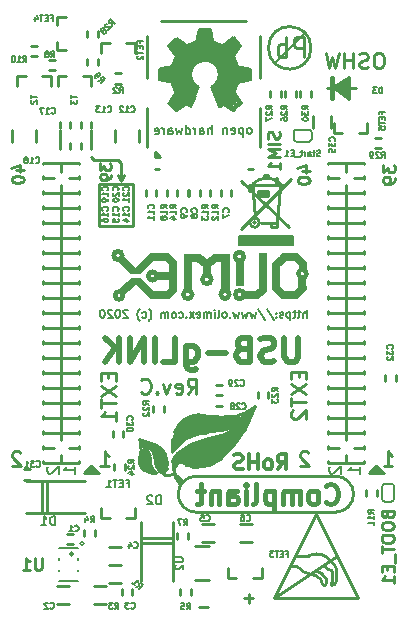
<source format=gbr>
G04 #@! TF.GenerationSoftware,KiCad,Pcbnew,5.1.5-52549c5~84~ubuntu18.04.1*
G04 #@! TF.CreationDate,2020-02-06T13:36:22+02:00*
G04 #@! TF.ProjectId,USB-gLINK_Rev_C,5553422d-674c-4494-9e4b-5f5265765f43,C*
G04 #@! TF.SameCoordinates,Original*
G04 #@! TF.FileFunction,Legend,Bot*
G04 #@! TF.FilePolarity,Positive*
%FSLAX46Y46*%
G04 Gerber Fmt 4.6, Leading zero omitted, Abs format (unit mm)*
G04 Created by KiCad (PCBNEW 5.1.5-52549c5~84~ubuntu18.04.1) date 2020-02-06 13:36:22*
%MOMM*%
%LPD*%
G04 APERTURE LIST*
%ADD10C,0.254000*%
%ADD11C,0.222250*%
%ADD12C,0.171450*%
%ADD13C,0.508000*%
%ADD14C,0.400000*%
%ADD15C,0.700000*%
%ADD16C,0.500000*%
%ADD17C,0.100000*%
%ADD18C,0.150000*%
%ADD19C,0.127000*%
%ADD20C,0.200000*%
%ADD21C,0.420000*%
%ADD22C,0.370000*%
%ADD23C,0.380000*%
%ADD24C,1.000000*%
%ADD25C,0.152400*%
%ADD26C,0.203200*%
%ADD27C,0.190500*%
%ADD28C,0.317500*%
%ADD29C,0.381000*%
%ADD30C,0.180000*%
%ADD31C,0.158750*%
G04 APERTURE END LIST*
D10*
X158453666Y-54232023D02*
X158211761Y-54232023D01*
X158090809Y-54292500D01*
X157969857Y-54413452D01*
X157909380Y-54655357D01*
X157909380Y-55078690D01*
X157969857Y-55320595D01*
X158090809Y-55441547D01*
X158211761Y-55502023D01*
X158453666Y-55502023D01*
X158574619Y-55441547D01*
X158695571Y-55320595D01*
X158756047Y-55078690D01*
X158756047Y-54655357D01*
X158695571Y-54413452D01*
X158574619Y-54292500D01*
X158453666Y-54232023D01*
X157425571Y-55441547D02*
X157244142Y-55502023D01*
X156941761Y-55502023D01*
X156820809Y-55441547D01*
X156760333Y-55381071D01*
X156699857Y-55260119D01*
X156699857Y-55139166D01*
X156760333Y-55018214D01*
X156820809Y-54957738D01*
X156941761Y-54897261D01*
X157183666Y-54836785D01*
X157304619Y-54776309D01*
X157365095Y-54715833D01*
X157425571Y-54594880D01*
X157425571Y-54473928D01*
X157365095Y-54352976D01*
X157304619Y-54292500D01*
X157183666Y-54232023D01*
X156881285Y-54232023D01*
X156699857Y-54292500D01*
X156155571Y-55502023D02*
X156155571Y-54232023D01*
X156155571Y-54836785D02*
X155429857Y-54836785D01*
X155429857Y-55502023D02*
X155429857Y-54232023D01*
X154946047Y-54232023D02*
X154643666Y-55502023D01*
X154401761Y-54594880D01*
X154159857Y-55502023D01*
X153857476Y-54232023D01*
X136525000Y-65024000D02*
X136779000Y-64516000D01*
X136525000Y-65024000D02*
X136271000Y-64516000D01*
X134239000Y-63246000D02*
X133985000Y-62992000D01*
X136271000Y-63246000D02*
X134239000Y-63246000D01*
X136525000Y-63500000D02*
X136271000Y-63246000D01*
X136525000Y-65024000D02*
X136525000Y-63500000D01*
X137541000Y-68834000D02*
X137541000Y-65278000D01*
X134620000Y-68834000D02*
X137541000Y-68834000D01*
X134620000Y-65278000D02*
X134620000Y-68834000D01*
X137541000Y-65278000D02*
X134620000Y-65278000D01*
X127997857Y-88071476D02*
X127937380Y-88011000D01*
X127816428Y-87950523D01*
X127514047Y-87950523D01*
X127393095Y-88011000D01*
X127332619Y-88071476D01*
X127272142Y-88192428D01*
X127272142Y-88313380D01*
X127332619Y-88494809D01*
X128058333Y-89220523D01*
X127272142Y-89220523D01*
X152381857Y-88071476D02*
X152321380Y-88011000D01*
X152200428Y-87950523D01*
X151898047Y-87950523D01*
X151777095Y-88011000D01*
X151716619Y-88071476D01*
X151656142Y-88192428D01*
X151656142Y-88313380D01*
X151716619Y-88494809D01*
X152442333Y-89220523D01*
X151656142Y-89220523D01*
D11*
X134768166Y-63542333D02*
X134768166Y-64092666D01*
X135106833Y-63796333D01*
X135106833Y-63923333D01*
X135149166Y-64008000D01*
X135191500Y-64050333D01*
X135276166Y-64092666D01*
X135487833Y-64092666D01*
X135572500Y-64050333D01*
X135614833Y-64008000D01*
X135657166Y-63923333D01*
X135657166Y-63669333D01*
X135614833Y-63584666D01*
X135572500Y-63542333D01*
X135657166Y-64516000D02*
X135657166Y-64685333D01*
X135614833Y-64770000D01*
X135572500Y-64812333D01*
X135445500Y-64897000D01*
X135276166Y-64939333D01*
X134937500Y-64939333D01*
X134852833Y-64897000D01*
X134810500Y-64854666D01*
X134768166Y-64770000D01*
X134768166Y-64600666D01*
X134810500Y-64516000D01*
X134852833Y-64473666D01*
X134937500Y-64431333D01*
X135149166Y-64431333D01*
X135233833Y-64473666D01*
X135276166Y-64516000D01*
X135318500Y-64600666D01*
X135318500Y-64770000D01*
X135276166Y-64854666D01*
X135233833Y-64897000D01*
X135149166Y-64939333D01*
D10*
X127607785Y-64162214D02*
X128285119Y-64162214D01*
X127220738Y-63920309D02*
X127946452Y-63678404D01*
X127946452Y-64307357D01*
X127269119Y-64887928D02*
X127269119Y-64984690D01*
X127317500Y-65081452D01*
X127365880Y-65129833D01*
X127462642Y-65178214D01*
X127656166Y-65226595D01*
X127898071Y-65226595D01*
X128091595Y-65178214D01*
X128188357Y-65129833D01*
X128236738Y-65081452D01*
X128285119Y-64984690D01*
X128285119Y-64887928D01*
X128236738Y-64791166D01*
X128188357Y-64742785D01*
X128091595Y-64694404D01*
X127898071Y-64646023D01*
X127656166Y-64646023D01*
X127462642Y-64694404D01*
X127365880Y-64742785D01*
X127317500Y-64791166D01*
X127269119Y-64887928D01*
X151801285Y-64225714D02*
X152478619Y-64225714D01*
X151414238Y-63983809D02*
X152139952Y-63741904D01*
X152139952Y-64370857D01*
X151462619Y-64951428D02*
X151462619Y-65048190D01*
X151511000Y-65144952D01*
X151559380Y-65193333D01*
X151656142Y-65241714D01*
X151849666Y-65290095D01*
X152091571Y-65290095D01*
X152285095Y-65241714D01*
X152381857Y-65193333D01*
X152430238Y-65144952D01*
X152478619Y-65048190D01*
X152478619Y-64951428D01*
X152430238Y-64854666D01*
X152381857Y-64806285D01*
X152285095Y-64757904D01*
X152091571Y-64709523D01*
X151849666Y-64709523D01*
X151656142Y-64757904D01*
X151559380Y-64806285D01*
X151511000Y-64854666D01*
X151462619Y-64951428D01*
X158701619Y-63693523D02*
X158701619Y-64322476D01*
X159088666Y-63983809D01*
X159088666Y-64128952D01*
X159137047Y-64225714D01*
X159185428Y-64274095D01*
X159282190Y-64322476D01*
X159524095Y-64322476D01*
X159620857Y-64274095D01*
X159669238Y-64225714D01*
X159717619Y-64128952D01*
X159717619Y-63838666D01*
X159669238Y-63741904D01*
X159620857Y-63693523D01*
X159717619Y-64806285D02*
X159717619Y-64999809D01*
X159669238Y-65096571D01*
X159620857Y-65144952D01*
X159475714Y-65241714D01*
X159282190Y-65290095D01*
X158895142Y-65290095D01*
X158798380Y-65241714D01*
X158750000Y-65193333D01*
X158701619Y-65096571D01*
X158701619Y-64903047D01*
X158750000Y-64806285D01*
X158798380Y-64757904D01*
X158895142Y-64709523D01*
X159137047Y-64709523D01*
X159233809Y-64757904D01*
X159282190Y-64806285D01*
X159330571Y-64903047D01*
X159330571Y-65096571D01*
X159282190Y-65193333D01*
X159233809Y-65241714D01*
X159137047Y-65290095D01*
X158768142Y-89220523D02*
X159493857Y-89220523D01*
X159131000Y-89220523D02*
X159131000Y-87950523D01*
X159251952Y-88131952D01*
X159372904Y-88252904D01*
X159493857Y-88313380D01*
X134765142Y-89220523D02*
X135490857Y-89220523D01*
X135128000Y-89220523D02*
X135128000Y-87950523D01*
X135248952Y-88131952D01*
X135369904Y-88252904D01*
X135490857Y-88313380D01*
X158369000Y-89408000D02*
X157861000Y-89408000D01*
X157480000Y-89789000D02*
X158750000Y-89789000D01*
X158115000Y-89154000D02*
X158750000Y-89789000D01*
X158496000Y-89535000D02*
X157734000Y-89535000D01*
X158623000Y-89662000D02*
X157607000Y-89662000D01*
X158115000Y-89154000D02*
X157480000Y-89789000D01*
X134239000Y-89408000D02*
X133731000Y-89408000D01*
X134366000Y-89535000D02*
X133604000Y-89535000D01*
X134493000Y-89662000D02*
X133477000Y-89662000D01*
X133985000Y-89154000D02*
X134620000Y-89789000D01*
X133350000Y-89789000D02*
X134620000Y-89789000D01*
X133985000Y-89154000D02*
X133350000Y-89789000D01*
X142161380Y-83061023D02*
X142584714Y-82456261D01*
X142887095Y-83061023D02*
X142887095Y-81791023D01*
X142403285Y-81791023D01*
X142282333Y-81851500D01*
X142221857Y-81911976D01*
X142161380Y-82032928D01*
X142161380Y-82214357D01*
X142221857Y-82335309D01*
X142282333Y-82395785D01*
X142403285Y-82456261D01*
X142887095Y-82456261D01*
X141133285Y-83000547D02*
X141254238Y-83061023D01*
X141496142Y-83061023D01*
X141617095Y-83000547D01*
X141677571Y-82879595D01*
X141677571Y-82395785D01*
X141617095Y-82274833D01*
X141496142Y-82214357D01*
X141254238Y-82214357D01*
X141133285Y-82274833D01*
X141072809Y-82395785D01*
X141072809Y-82516738D01*
X141677571Y-82637690D01*
X140649476Y-82214357D02*
X140347095Y-83061023D01*
X140044714Y-82214357D01*
X139560904Y-82940071D02*
X139500428Y-83000547D01*
X139560904Y-83061023D01*
X139621380Y-83000547D01*
X139560904Y-82940071D01*
X139560904Y-83061023D01*
X138230428Y-82940071D02*
X138290904Y-83000547D01*
X138472333Y-83061023D01*
X138593285Y-83061023D01*
X138774714Y-83000547D01*
X138895666Y-82879595D01*
X138956142Y-82758642D01*
X139016619Y-82516738D01*
X139016619Y-82335309D01*
X138956142Y-82093404D01*
X138895666Y-81972452D01*
X138774714Y-81851500D01*
X138593285Y-81791023D01*
X138472333Y-81791023D01*
X138290904Y-81851500D01*
X138230428Y-81911976D01*
X143897047Y-101164571D02*
X143122952Y-101164571D01*
D12*
X152245785Y-76637242D02*
X152245785Y-75951442D01*
X151951871Y-76637242D02*
X151951871Y-76278014D01*
X151984528Y-76212700D01*
X152049842Y-76180042D01*
X152147814Y-76180042D01*
X152213128Y-76212700D01*
X152245785Y-76245357D01*
X151723271Y-76180042D02*
X151462014Y-76180042D01*
X151625300Y-75951442D02*
X151625300Y-76539271D01*
X151592642Y-76604585D01*
X151527328Y-76637242D01*
X151462014Y-76637242D01*
X151331385Y-76180042D02*
X151070128Y-76180042D01*
X151233414Y-75951442D02*
X151233414Y-76539271D01*
X151200757Y-76604585D01*
X151135442Y-76637242D01*
X151070128Y-76637242D01*
X150841528Y-76180042D02*
X150841528Y-76865842D01*
X150841528Y-76212700D02*
X150776214Y-76180042D01*
X150645585Y-76180042D01*
X150580271Y-76212700D01*
X150547614Y-76245357D01*
X150514957Y-76310671D01*
X150514957Y-76506614D01*
X150547614Y-76571928D01*
X150580271Y-76604585D01*
X150645585Y-76637242D01*
X150776214Y-76637242D01*
X150841528Y-76604585D01*
X150253700Y-76604585D02*
X150188385Y-76637242D01*
X150057757Y-76637242D01*
X149992442Y-76604585D01*
X149959785Y-76539271D01*
X149959785Y-76506614D01*
X149992442Y-76441300D01*
X150057757Y-76408642D01*
X150155728Y-76408642D01*
X150221042Y-76375985D01*
X150253700Y-76310671D01*
X150253700Y-76278014D01*
X150221042Y-76212700D01*
X150155728Y-76180042D01*
X150057757Y-76180042D01*
X149992442Y-76212700D01*
X149665871Y-76571928D02*
X149633214Y-76604585D01*
X149665871Y-76637242D01*
X149698528Y-76604585D01*
X149665871Y-76571928D01*
X149665871Y-76637242D01*
X149665871Y-76212700D02*
X149633214Y-76245357D01*
X149665871Y-76278014D01*
X149698528Y-76245357D01*
X149665871Y-76212700D01*
X149665871Y-76278014D01*
X148849442Y-75918785D02*
X149437271Y-76800528D01*
X148130985Y-75918785D02*
X148718814Y-76800528D01*
X147967700Y-76180042D02*
X147837071Y-76637242D01*
X147706442Y-76310671D01*
X147575814Y-76637242D01*
X147445185Y-76180042D01*
X147249242Y-76180042D02*
X147118614Y-76637242D01*
X146987985Y-76310671D01*
X146857357Y-76637242D01*
X146726728Y-76180042D01*
X146530785Y-76180042D02*
X146400157Y-76637242D01*
X146269528Y-76310671D01*
X146138900Y-76637242D01*
X146008271Y-76180042D01*
X145747014Y-76571928D02*
X145714357Y-76604585D01*
X145747014Y-76637242D01*
X145779671Y-76604585D01*
X145747014Y-76571928D01*
X145747014Y-76637242D01*
X145322471Y-76637242D02*
X145387785Y-76604585D01*
X145420442Y-76571928D01*
X145453100Y-76506614D01*
X145453100Y-76310671D01*
X145420442Y-76245357D01*
X145387785Y-76212700D01*
X145322471Y-76180042D01*
X145224500Y-76180042D01*
X145159185Y-76212700D01*
X145126528Y-76245357D01*
X145093871Y-76310671D01*
X145093871Y-76506614D01*
X145126528Y-76571928D01*
X145159185Y-76604585D01*
X145224500Y-76637242D01*
X145322471Y-76637242D01*
X144701985Y-76637242D02*
X144767300Y-76604585D01*
X144799957Y-76539271D01*
X144799957Y-75951442D01*
X144440728Y-76637242D02*
X144440728Y-76180042D01*
X144440728Y-75951442D02*
X144473385Y-75984100D01*
X144440728Y-76016757D01*
X144408071Y-75984100D01*
X144440728Y-75951442D01*
X144440728Y-76016757D01*
X144114157Y-76637242D02*
X144114157Y-76180042D01*
X144114157Y-76245357D02*
X144081500Y-76212700D01*
X144016185Y-76180042D01*
X143918214Y-76180042D01*
X143852900Y-76212700D01*
X143820242Y-76278014D01*
X143820242Y-76637242D01*
X143820242Y-76278014D02*
X143787585Y-76212700D01*
X143722271Y-76180042D01*
X143624300Y-76180042D01*
X143558985Y-76212700D01*
X143526328Y-76278014D01*
X143526328Y-76637242D01*
X142938500Y-76604585D02*
X143003814Y-76637242D01*
X143134442Y-76637242D01*
X143199757Y-76604585D01*
X143232414Y-76539271D01*
X143232414Y-76278014D01*
X143199757Y-76212700D01*
X143134442Y-76180042D01*
X143003814Y-76180042D01*
X142938500Y-76212700D01*
X142905842Y-76278014D01*
X142905842Y-76343328D01*
X143232414Y-76408642D01*
X142677242Y-76637242D02*
X142318014Y-76180042D01*
X142677242Y-76180042D02*
X142318014Y-76637242D01*
X142056757Y-76571928D02*
X142024100Y-76604585D01*
X142056757Y-76637242D01*
X142089414Y-76604585D01*
X142056757Y-76571928D01*
X142056757Y-76637242D01*
X141436271Y-76604585D02*
X141501585Y-76637242D01*
X141632214Y-76637242D01*
X141697528Y-76604585D01*
X141730185Y-76571928D01*
X141762842Y-76506614D01*
X141762842Y-76310671D01*
X141730185Y-76245357D01*
X141697528Y-76212700D01*
X141632214Y-76180042D01*
X141501585Y-76180042D01*
X141436271Y-76212700D01*
X141044385Y-76637242D02*
X141109700Y-76604585D01*
X141142357Y-76571928D01*
X141175014Y-76506614D01*
X141175014Y-76310671D01*
X141142357Y-76245357D01*
X141109700Y-76212700D01*
X141044385Y-76180042D01*
X140946414Y-76180042D01*
X140881100Y-76212700D01*
X140848442Y-76245357D01*
X140815785Y-76310671D01*
X140815785Y-76506614D01*
X140848442Y-76571928D01*
X140881100Y-76604585D01*
X140946414Y-76637242D01*
X141044385Y-76637242D01*
X140521871Y-76637242D02*
X140521871Y-76180042D01*
X140521871Y-76245357D02*
X140489214Y-76212700D01*
X140423900Y-76180042D01*
X140325928Y-76180042D01*
X140260614Y-76212700D01*
X140227957Y-76278014D01*
X140227957Y-76637242D01*
X140227957Y-76278014D02*
X140195300Y-76212700D01*
X140129985Y-76180042D01*
X140032014Y-76180042D01*
X139966700Y-76212700D01*
X139934042Y-76278014D01*
X139934042Y-76637242D01*
X138889014Y-76898500D02*
X138921671Y-76865842D01*
X138986985Y-76767871D01*
X139019642Y-76702557D01*
X139052300Y-76604585D01*
X139084957Y-76441300D01*
X139084957Y-76310671D01*
X139052300Y-76147385D01*
X139019642Y-76049414D01*
X138986985Y-75984100D01*
X138921671Y-75886128D01*
X138889014Y-75853471D01*
X138333842Y-76604585D02*
X138399157Y-76637242D01*
X138529785Y-76637242D01*
X138595100Y-76604585D01*
X138627757Y-76571928D01*
X138660414Y-76506614D01*
X138660414Y-76310671D01*
X138627757Y-76245357D01*
X138595100Y-76212700D01*
X138529785Y-76180042D01*
X138399157Y-76180042D01*
X138333842Y-76212700D01*
X138105242Y-76898500D02*
X138072585Y-76865842D01*
X138007271Y-76767871D01*
X137974614Y-76702557D01*
X137941957Y-76604585D01*
X137909300Y-76441300D01*
X137909300Y-76310671D01*
X137941957Y-76147385D01*
X137974614Y-76049414D01*
X138007271Y-75984100D01*
X138072585Y-75886128D01*
X138105242Y-75853471D01*
X137092871Y-76016757D02*
X137060214Y-75984100D01*
X136994900Y-75951442D01*
X136831614Y-75951442D01*
X136766300Y-75984100D01*
X136733642Y-76016757D01*
X136700985Y-76082071D01*
X136700985Y-76147385D01*
X136733642Y-76245357D01*
X137125528Y-76637242D01*
X136700985Y-76637242D01*
X136276442Y-75951442D02*
X136211128Y-75951442D01*
X136145814Y-75984100D01*
X136113157Y-76016757D01*
X136080500Y-76082071D01*
X136047842Y-76212700D01*
X136047842Y-76375985D01*
X136080500Y-76506614D01*
X136113157Y-76571928D01*
X136145814Y-76604585D01*
X136211128Y-76637242D01*
X136276442Y-76637242D01*
X136341757Y-76604585D01*
X136374414Y-76571928D01*
X136407071Y-76506614D01*
X136439728Y-76375985D01*
X136439728Y-76212700D01*
X136407071Y-76082071D01*
X136374414Y-76016757D01*
X136341757Y-75984100D01*
X136276442Y-75951442D01*
X135786585Y-76016757D02*
X135753928Y-75984100D01*
X135688614Y-75951442D01*
X135525328Y-75951442D01*
X135460014Y-75984100D01*
X135427357Y-76016757D01*
X135394700Y-76082071D01*
X135394700Y-76147385D01*
X135427357Y-76245357D01*
X135819242Y-76637242D01*
X135394700Y-76637242D01*
X134970157Y-75951442D02*
X134904842Y-75951442D01*
X134839528Y-75984100D01*
X134806871Y-76016757D01*
X134774214Y-76082071D01*
X134741557Y-76212700D01*
X134741557Y-76375985D01*
X134774214Y-76506614D01*
X134806871Y-76571928D01*
X134839528Y-76604585D01*
X134904842Y-76637242D01*
X134970157Y-76637242D01*
X135035471Y-76604585D01*
X135068128Y-76571928D01*
X135100785Y-76506614D01*
X135133442Y-76375985D01*
X135133442Y-76212700D01*
X135100785Y-76082071D01*
X135068128Y-76016757D01*
X135035471Y-75984100D01*
X134970157Y-75951442D01*
D13*
X151511000Y-78325738D02*
X151511000Y-79970690D01*
X151414238Y-80164214D01*
X151317476Y-80260976D01*
X151123952Y-80357738D01*
X150736904Y-80357738D01*
X150543380Y-80260976D01*
X150446619Y-80164214D01*
X150349857Y-79970690D01*
X150349857Y-78325738D01*
X149479000Y-80260976D02*
X149188714Y-80357738D01*
X148704904Y-80357738D01*
X148511380Y-80260976D01*
X148414619Y-80164214D01*
X148317857Y-79970690D01*
X148317857Y-79777166D01*
X148414619Y-79583642D01*
X148511380Y-79486880D01*
X148704904Y-79390119D01*
X149091952Y-79293357D01*
X149285476Y-79196595D01*
X149382238Y-79099833D01*
X149479000Y-78906309D01*
X149479000Y-78712785D01*
X149382238Y-78519261D01*
X149285476Y-78422500D01*
X149091952Y-78325738D01*
X148608142Y-78325738D01*
X148317857Y-78422500D01*
X146769666Y-79293357D02*
X146479380Y-79390119D01*
X146382619Y-79486880D01*
X146285857Y-79680404D01*
X146285857Y-79970690D01*
X146382619Y-80164214D01*
X146479380Y-80260976D01*
X146672904Y-80357738D01*
X147447000Y-80357738D01*
X147447000Y-78325738D01*
X146769666Y-78325738D01*
X146576142Y-78422500D01*
X146479380Y-78519261D01*
X146382619Y-78712785D01*
X146382619Y-78906309D01*
X146479380Y-79099833D01*
X146576142Y-79196595D01*
X146769666Y-79293357D01*
X147447000Y-79293357D01*
X145415000Y-79583642D02*
X143866809Y-79583642D01*
X142028333Y-79003071D02*
X142028333Y-80648023D01*
X142125095Y-80841547D01*
X142221857Y-80938309D01*
X142415380Y-81035071D01*
X142705666Y-81035071D01*
X142899190Y-80938309D01*
X142028333Y-80260976D02*
X142221857Y-80357738D01*
X142608904Y-80357738D01*
X142802428Y-80260976D01*
X142899190Y-80164214D01*
X142995952Y-79970690D01*
X142995952Y-79390119D01*
X142899190Y-79196595D01*
X142802428Y-79099833D01*
X142608904Y-79003071D01*
X142221857Y-79003071D01*
X142028333Y-79099833D01*
X140093095Y-80357738D02*
X141060714Y-80357738D01*
X141060714Y-78325738D01*
X139415761Y-80357738D02*
X139415761Y-78325738D01*
X138448142Y-80357738D02*
X138448142Y-78325738D01*
X137287000Y-80357738D01*
X137287000Y-78325738D01*
X136319380Y-80357738D02*
X136319380Y-78325738D01*
X135158238Y-80357738D02*
X136029095Y-79196595D01*
X135158238Y-78325738D02*
X136319380Y-79486880D01*
D10*
X147707047Y-100402571D02*
X146932952Y-100402571D01*
X147320000Y-100789619D02*
X147320000Y-100015523D01*
X134556500Y-52578000D02*
X134556500Y-52832000D01*
X134556500Y-52578000D02*
X134556500Y-52324000D01*
X133667500Y-52578000D02*
X133667500Y-52324000D01*
X133667500Y-52578000D02*
X133667500Y-52832000D01*
X136271000Y-56832500D02*
X136017000Y-56832500D01*
X136271000Y-56832500D02*
X136525000Y-56832500D01*
X136271000Y-55943500D02*
X136525000Y-55943500D01*
X136271000Y-55943500D02*
X136017000Y-55943500D01*
X136982200Y-53340000D02*
X137693400Y-53340000D01*
X137693400Y-54178200D02*
X137693400Y-53340000D01*
X134848600Y-54178200D02*
X134848600Y-53340000D01*
X134848600Y-53340000D02*
X135559800Y-53340000D01*
X131064000Y-51866800D02*
X131064000Y-51155600D01*
X131902200Y-51155600D02*
X131064000Y-51155600D01*
X131902200Y-54000400D02*
X131064000Y-54000400D01*
X131064000Y-54000400D02*
X131064000Y-53289200D01*
X138223000Y-95703000D02*
X140923000Y-95703000D01*
X138223000Y-98893000D02*
X138223000Y-93893000D01*
X138223000Y-95263000D02*
X140923000Y-95263000D01*
X140923000Y-93893000D02*
X140923000Y-98893000D01*
X133096001Y-62103000D02*
X133096001Y-62357000D01*
X133096001Y-62103000D02*
X133096001Y-61849000D01*
X133985001Y-62103000D02*
X133985001Y-61849000D01*
X133985001Y-62103000D02*
X133985001Y-62357000D01*
D14*
X152216747Y-72898000D02*
G75*
G03X152216747Y-72898000I-337447J0D01*
G01*
D15*
X151892000Y-72123300D02*
X151384000Y-71615300D01*
X150291800Y-71539100D02*
X149656800Y-72148700D01*
X149682200Y-74104500D02*
X150241000Y-74688700D01*
X148056600Y-74701400D02*
X148513800Y-74244200D01*
X147070800Y-74701400D02*
X148056600Y-74701400D01*
D14*
X146924324Y-74676000D02*
G75*
G03X146924324Y-74676000I-366324J0D01*
G01*
D15*
X146558000Y-71983600D02*
X146558000Y-73583800D01*
D14*
X146918818Y-71450200D02*
G75*
G03X146918818Y-71450200I-373518J0D01*
G01*
X145685759Y-74650600D02*
G75*
G03X145685759Y-74650600I-359659J0D01*
G01*
D15*
X145338800Y-74142600D02*
X145338800Y-71551800D01*
X145338800Y-71551800D02*
X144500600Y-71551800D01*
X144500600Y-71551800D02*
X143891000Y-72059800D01*
X143789400Y-72847200D02*
X143789400Y-72136000D01*
X143713200Y-72059800D02*
X143078200Y-71551800D01*
D14*
X144160318Y-73380600D02*
G75*
G03X144160318Y-73380600I-370918J0D01*
G01*
D15*
X143078200Y-71551800D02*
X142189200Y-71551800D01*
D14*
X142539729Y-74663300D02*
G75*
G03X142539729Y-74663300I-363229J0D01*
G01*
X136676666Y-74752200D02*
G75*
G03X136676666Y-74752200I-329466J0D01*
G01*
D15*
X136677400Y-74396600D02*
X137515600Y-73583800D01*
D16*
X138023600Y-73482200D02*
X137490200Y-73482200D01*
D15*
X139166600Y-74701400D02*
X138023600Y-73583800D01*
X140487400Y-74701400D02*
X139166600Y-74701400D01*
X140919200Y-74269600D02*
X140487400Y-74701400D01*
X140919200Y-72034400D02*
X140919200Y-74269600D01*
X140919200Y-72009000D02*
X140436600Y-71501000D01*
X140388500Y-71526400D02*
X139166600Y-71526400D01*
X139166600Y-71526400D02*
X138074400Y-72593200D01*
D16*
X138049000Y-72707500D02*
X137490200Y-72707500D01*
D15*
X136626600Y-71716900D02*
X137490200Y-72610600D01*
D14*
X136617735Y-71361300D02*
G75*
G03X136617735Y-71361300I-359435J0D01*
G01*
D15*
X139700000Y-73101200D02*
X140919200Y-73101200D01*
D14*
X139551659Y-73101200D02*
G75*
G03X139551659Y-73101200I-359659J0D01*
G01*
D15*
X151320500Y-74714100D02*
X150279100Y-74714100D01*
X151879300Y-74155300D02*
X151879300Y-73393300D01*
X151892000Y-74142600D02*
X151307800Y-74714100D01*
X151892000Y-72174100D02*
X151892000Y-72415400D01*
X149669500Y-72136000D02*
X149669500Y-74066400D01*
X150291800Y-71526400D02*
X151295100Y-71526400D01*
X142176500Y-71539100D02*
X142176500Y-74142600D01*
X148513800Y-74256900D02*
X148513800Y-71526400D01*
D17*
X148513800Y-71183500D02*
X148793200Y-71183500D01*
X148818600Y-71183500D02*
X148818600Y-74333100D01*
X148805900Y-71183500D02*
X148818600Y-71183500D01*
X148793200Y-71183500D02*
X148805900Y-71183500D01*
X148678900Y-71272400D02*
X148742400Y-71259700D01*
X148196300Y-71183500D02*
X148196300Y-74218800D01*
X148501100Y-71183500D02*
X148196300Y-71183500D01*
X148374100Y-71259700D02*
X148259800Y-71259700D01*
X146875500Y-71869300D02*
X146875500Y-73888600D01*
X146240500Y-73888600D02*
X146240500Y-71869300D01*
X146265900Y-73888600D02*
X146240500Y-73888600D01*
X146875500Y-73888600D02*
X146265900Y-73888600D01*
X146735800Y-73825100D02*
X146799300Y-73825100D01*
X146392900Y-73825100D02*
X146304000Y-73825100D01*
X145656300Y-74231500D02*
X145656300Y-71247000D01*
X144411700Y-71234300D02*
X143827500Y-71716900D01*
X145656300Y-71234300D02*
X144411700Y-71234300D01*
X145503900Y-71297800D02*
X145580100Y-71297800D01*
X141846300Y-74256900D02*
X141846300Y-71247000D01*
X143167100Y-71234300D02*
X143789400Y-71729600D01*
X143141700Y-71234300D02*
X143167100Y-71234300D01*
X141846300Y-71234300D02*
X143141700Y-71234300D01*
X141846300Y-71247000D02*
X141846300Y-71234300D01*
X141998700Y-71310500D02*
X141897100Y-71310500D01*
X139052300Y-71196200D02*
X137795000Y-72440800D01*
X139103100Y-71196200D02*
X139052300Y-71196200D01*
X140474700Y-71196200D02*
X139103100Y-71196200D01*
D10*
X142875000Y-90043000D02*
X154686000Y-90043000D01*
X154686000Y-93091000D02*
X142875000Y-93091000D01*
X142019020Y-89060020D02*
X141965680Y-89006680D01*
X141246860Y-89006680D02*
X140970000Y-89281000D01*
X147828000Y-84074000D02*
X146961860Y-86189820D01*
X144978120Y-88577420D02*
X144942560Y-88612980D01*
X143073120Y-89281000D02*
X142557500Y-89281000D01*
X147828000Y-84074000D02*
X146966940Y-84693760D01*
X145249900Y-85031580D02*
X143101060Y-84836000D01*
X141051280Y-86352380D02*
X140903960Y-86951820D01*
X140845540Y-87630000D02*
X140845540Y-88011000D01*
X140947140Y-89235280D02*
X140970000Y-89281000D01*
X141605000Y-90551000D02*
X141419580Y-90365580D01*
X146433540Y-85725000D02*
X146151600Y-86072980D01*
X144124680Y-86824820D02*
X143814800Y-86885780D01*
X141259560Y-88155780D02*
X141089380Y-88343740D01*
X140845540Y-88011000D02*
X140848080Y-88008460D01*
X141904720Y-86936580D02*
X141912340Y-86931500D01*
X143179800Y-86428580D02*
X143697960Y-86354920D01*
X145046700Y-86139020D02*
X146433540Y-85725000D01*
X141605000Y-90678000D02*
X141097000Y-89916000D01*
X140970000Y-89453720D02*
X140970000Y-89408000D01*
X141732000Y-90551000D02*
X141241780Y-90060780D01*
X140970000Y-89789000D02*
X140865860Y-89895680D01*
X140215620Y-89923620D02*
X140081000Y-89789000D01*
X140081000Y-89789000D02*
X140378180Y-89369900D01*
X140261340Y-88168480D02*
X140208000Y-88074500D01*
X139486640Y-87429340D02*
X139065000Y-87249000D01*
X139065000Y-87249000D02*
X138049000Y-86868000D01*
X138049000Y-86868000D02*
X138183620Y-87406480D01*
X138363960Y-89468960D02*
X138386820Y-89491820D01*
X139166600Y-89789000D02*
X139522200Y-89789000D01*
X140068300Y-89789000D02*
X140081000Y-89789000D01*
X138988800Y-88597740D02*
X139014200Y-88988900D01*
X147447000Y-84582000D02*
X146433540Y-85219540D01*
D13*
X146433540Y-85219540D02*
X145288000Y-85219540D01*
X145288000Y-85219540D02*
X144272000Y-85090000D01*
X144272000Y-85090000D02*
X142621000Y-85090000D01*
X142621000Y-85090000D02*
X141986000Y-85471000D01*
X141986000Y-85471000D02*
X141478000Y-85979000D01*
X141478000Y-85979000D02*
X141224000Y-86487000D01*
X141224000Y-86487000D02*
X141097000Y-87503000D01*
X141097000Y-87503000D02*
X141605000Y-86868000D01*
X141605000Y-86868000D02*
X142240000Y-86487000D01*
X142240000Y-86487000D02*
X141986000Y-85979000D01*
X141986000Y-85979000D02*
X141605000Y-86487000D01*
X142367000Y-86487000D02*
X143002000Y-86106000D01*
X143002000Y-86106000D02*
X143510000Y-86106000D01*
X143510000Y-86106000D02*
X143637000Y-86106000D01*
X143637000Y-86106000D02*
X144780000Y-85979000D01*
X144780000Y-85979000D02*
X146050000Y-85598000D01*
X146050000Y-85598000D02*
X146558000Y-85471000D01*
X146558000Y-85471000D02*
X141986000Y-85471000D01*
X141986000Y-85471000D02*
X141986000Y-85725000D01*
X141986000Y-85979000D02*
X141986000Y-85725000D01*
X141986000Y-85725000D02*
X146939000Y-85648800D01*
X141859000Y-86106000D02*
X143510000Y-86106000D01*
X147447000Y-84582000D02*
X146939000Y-85471000D01*
X146939000Y-85471000D02*
X146812000Y-85979000D01*
X146812000Y-85979000D02*
X146433540Y-86487000D01*
X146433540Y-86487000D02*
X146433540Y-86106000D01*
X146433540Y-86106000D02*
X146812000Y-85219540D01*
X146304000Y-86614000D02*
X145923000Y-87122000D01*
X145923000Y-87122000D02*
X145669000Y-87503000D01*
X145669000Y-87503000D02*
X144780000Y-88392000D01*
X144780000Y-88392000D02*
X144272000Y-88773000D01*
X144272000Y-88773000D02*
X143383000Y-89027000D01*
X143383000Y-89027000D02*
X142494000Y-89027000D01*
X142494000Y-89027000D02*
X141732000Y-88519000D01*
X141732000Y-88519000D02*
X141351000Y-88646000D01*
X141351000Y-88646000D02*
X141097000Y-88900000D01*
X141097000Y-88900000D02*
X141351000Y-88392000D01*
X141351000Y-88392000D02*
X141859000Y-87884000D01*
X141859000Y-87884000D02*
X142544800Y-87477600D01*
X142544800Y-87477600D02*
X143941800Y-86995000D01*
X143941800Y-86995000D02*
X144551400Y-86995000D01*
X144551400Y-86995000D02*
X145288000Y-86741000D01*
X145288000Y-86741000D02*
X146050000Y-86360000D01*
X145923000Y-86741000D02*
X145161000Y-87376000D01*
X145161000Y-87376000D02*
X145034000Y-87249000D01*
X145034000Y-87249000D02*
X144907000Y-87249000D01*
X144907000Y-87249000D02*
X143764000Y-87376000D01*
X143764000Y-87376000D02*
X142748000Y-87630000D01*
X142748000Y-87630000D02*
X142113000Y-88138000D01*
X142113000Y-88138000D02*
X141986000Y-88265000D01*
X141986000Y-88265000D02*
X142113000Y-88519000D01*
X142113000Y-88519000D02*
X142367000Y-88519000D01*
X142367000Y-88519000D02*
X142748000Y-88646000D01*
X142748000Y-88646000D02*
X143383000Y-88646000D01*
X143383000Y-88646000D02*
X143764000Y-88519000D01*
X143764000Y-88519000D02*
X144272000Y-88392000D01*
X144272000Y-88392000D02*
X144907000Y-87884000D01*
X144907000Y-87884000D02*
X145034000Y-87757000D01*
X145034000Y-87757000D02*
X144907000Y-87630000D01*
X144907000Y-87630000D02*
X144399000Y-87630000D01*
X144399000Y-87630000D02*
X143383000Y-87884000D01*
X143383000Y-87884000D02*
X143129000Y-87884000D01*
X143129000Y-87884000D02*
X142621000Y-88138000D01*
X142621000Y-88138000D02*
X142621000Y-88265000D01*
X142621000Y-88265000D02*
X142748000Y-88392000D01*
X142748000Y-88392000D02*
X143129000Y-88265000D01*
X143129000Y-88265000D02*
X144399000Y-88011000D01*
D10*
X139778740Y-89664540D02*
X139806680Y-89692480D01*
X139395200Y-88595200D02*
X139395200Y-88587580D01*
X140335000Y-89049860D02*
X140335000Y-89027000D01*
X140335000Y-89027000D02*
X140335000Y-88773000D01*
X140335000Y-88773000D02*
X140208000Y-88773000D01*
X140208000Y-88773000D02*
X140081000Y-88773000D01*
X140081000Y-88773000D02*
X140081000Y-89408000D01*
X140208000Y-88773000D02*
X140208000Y-88900000D01*
X140208000Y-88900000D02*
X140208000Y-89281000D01*
X140208000Y-89281000D02*
X140208000Y-89408000D01*
X140208000Y-89408000D02*
X140208000Y-89535000D01*
X140081000Y-88773000D02*
X139700000Y-88773000D01*
X139700000Y-88773000D02*
X139446000Y-88773000D01*
X139446000Y-88773000D02*
X139954000Y-89662000D01*
X139700000Y-88773000D02*
X139700000Y-89281000D01*
X140208000Y-88900000D02*
X139573000Y-88900000D01*
X140335000Y-89027000D02*
X139573000Y-89027000D01*
X140335000Y-89154000D02*
X139573000Y-89154000D01*
X140208000Y-89281000D02*
X139573000Y-89281000D01*
X140208000Y-89408000D02*
X139700000Y-89408000D01*
X139446000Y-88646000D02*
X140335000Y-88646000D01*
X139446000Y-88519000D02*
X140335000Y-88519000D01*
X139446000Y-88392000D02*
X140208000Y-88392000D01*
X139446000Y-88265000D02*
X140208000Y-88265000D01*
X139319000Y-88138000D02*
X140208000Y-88138000D01*
X139319000Y-88011000D02*
X140081000Y-88011000D01*
X139192000Y-87884000D02*
X139954000Y-87884000D01*
X139192000Y-87757000D02*
X139827000Y-87757000D01*
X139065000Y-87630000D02*
X139573000Y-87630000D01*
X138303000Y-87503000D02*
X138430000Y-87503000D01*
X138430000Y-87503000D02*
X138557000Y-87503000D01*
X138557000Y-87503000D02*
X139446000Y-87503000D01*
X139065000Y-87376000D02*
X138303000Y-87376000D01*
X138811000Y-87249000D02*
X138176000Y-87249000D01*
X138684000Y-87122000D02*
X138176000Y-87122000D01*
X138557000Y-87503000D02*
X138557000Y-88011000D01*
X138430000Y-87503000D02*
X138430000Y-88011000D01*
X138811000Y-88011000D02*
X138303000Y-88011000D01*
X138811000Y-88138000D02*
X138303000Y-88138000D01*
X138938000Y-88265000D02*
X138303000Y-88265000D01*
X138938000Y-88392000D02*
X138176000Y-88392000D01*
X138938000Y-88519000D02*
X138176000Y-88519000D01*
X138938000Y-88646000D02*
X138176000Y-88646000D01*
X138938000Y-88773000D02*
X138176000Y-88773000D01*
X138938000Y-88900000D02*
X138176000Y-88900000D01*
X138938000Y-89027000D02*
X138176000Y-89027000D01*
X139014200Y-89154000D02*
X138176000Y-89154000D01*
X139065000Y-89281000D02*
X138303000Y-89281000D01*
X139065000Y-89408000D02*
X138430000Y-89408000D01*
X139192000Y-89535000D02*
X138557000Y-89535000D01*
X139319000Y-89662000D02*
X138811000Y-89662000D01*
X141351000Y-91567000D02*
G75*
G02X142875000Y-90043000I1524000J0D01*
G01*
X154686000Y-90043000D02*
G75*
G02X156210000Y-91567000I0J-1524000D01*
G01*
X156210000Y-91567000D02*
G75*
G02X154686000Y-93091000I-1524000J0D01*
G01*
X142875000Y-93091000D02*
G75*
G02X141351000Y-91567000I0J1524000D01*
G01*
X142557500Y-89283066D02*
G75*
G02X142019020Y-89060020I0J761526D01*
G01*
X141246860Y-89004140D02*
G75*
G02X141965680Y-89006680I358140J-360680D01*
G01*
X146959464Y-86195447D02*
G75*
G02X144978120Y-88577420I-8344044J4925607D01*
G01*
X144938933Y-88615013D02*
G75*
G02X143073120Y-89281000I-1738813J1924813D01*
G01*
X146964952Y-84691522D02*
G75*
G02X145249900Y-85031580I-1268012J1900222D01*
G01*
X141050736Y-86348585D02*
G75*
G02X143101060Y-84836000I2144304J-760715D01*
G01*
X140843760Y-87629243D02*
G75*
G02X140903960Y-86951820I3049780J70363D01*
G01*
X141417549Y-90366559D02*
G75*
G02X140970000Y-89281000I1086611J1083019D01*
G01*
X146151541Y-86074778D02*
G75*
G02X144124680Y-86824820I-2631381J3997218D01*
G01*
X141260473Y-88155156D02*
G75*
G02X143814800Y-86885780I3654147J-4148444D01*
G01*
X140969155Y-89281069D02*
G75*
G02X141089380Y-88343740I762845J378529D01*
G01*
X140849641Y-88006765D02*
G75*
G02X141904720Y-86936580I3831299J-2722035D01*
G01*
X141916130Y-86928934D02*
G75*
G02X143179800Y-86428580I2134890J-3545866D01*
G01*
X145040379Y-86139186D02*
G75*
G02X143697960Y-86354920I-1812319J6992786D01*
G01*
X141475978Y-90678280D02*
G75*
G02X140970000Y-89453720I1228842J1224560D01*
G01*
X141238258Y-90060710D02*
G75*
G02X140970000Y-89408000I653762J650170D01*
G01*
X140865134Y-89894954D02*
G75*
G02X140507720Y-90043000I-357414J357414D01*
G01*
X140507720Y-90044612D02*
G75*
G02X140215620Y-89923620I0J413092D01*
G01*
X140463874Y-88925901D02*
G75*
G02X140378180Y-89369900I-1195674J501D01*
G01*
X140261794Y-88170321D02*
G75*
G02X140462000Y-88925400I-1323794J-755079D01*
G01*
X139486000Y-87430511D02*
G75*
G02X140208000Y-88074500I-601340J-1400909D01*
G01*
X138184148Y-87409136D02*
G75*
G02X138120120Y-88343740I-1478808J-368184D01*
G01*
X138049283Y-88712487D02*
G75*
G02X138120120Y-88343740I992857J447D01*
G01*
X138362946Y-89469974D02*
G75*
G02X138049000Y-88712040I757934J757934D01*
G01*
X138966497Y-89765453D02*
G75*
G02X138386820Y-89491820I205183J1185493D01*
G01*
X139167927Y-89790303D02*
G75*
G02X138968480Y-89766140I-1327J824263D01*
G01*
X138634795Y-87650066D02*
G75*
G02X138988800Y-88640920I-1408755J-1061974D01*
G01*
X139516340Y-89784613D02*
G75*
G02X139014200Y-88988900I709440J1003993D01*
G01*
X140082788Y-89790791D02*
G75*
G02X139778740Y-89664540I752J431051D01*
G01*
X139805340Y-89692046D02*
G75*
G02X139395200Y-88595200I1118940J1043506D01*
G01*
X138888020Y-87556180D02*
G75*
G02X139395200Y-88587580I-991420J-1127920D01*
G01*
X140334556Y-89051371D02*
G75*
G02X140081000Y-89662000I-865696J1511D01*
G01*
D18*
X146510000Y-69673000D02*
X146510000Y-70435000D01*
X151082000Y-69673000D02*
X146510000Y-69673000D01*
X151082000Y-70435000D02*
X151082000Y-69673000D01*
X146510000Y-70435000D02*
X151082000Y-70435000D01*
X146560800Y-69723800D02*
X150980400Y-69723800D01*
X151031200Y-69825400D02*
X146560800Y-69825400D01*
X146560800Y-69977800D02*
X150980400Y-69977800D01*
X146560800Y-70130200D02*
X150980400Y-70130200D01*
X151031200Y-69876200D02*
X146611600Y-69876200D01*
X151031200Y-70028600D02*
X146560800Y-70028600D01*
X146611600Y-70231800D02*
X150980400Y-70231800D01*
X151031200Y-70333400D02*
X146611600Y-70333400D01*
D10*
X150876000Y-64897000D02*
X146685000Y-69088000D01*
X150749000Y-68961000D02*
X146685000Y-65024000D01*
X149733000Y-68580000D02*
X148336000Y-68580000D01*
X149733000Y-68580000D02*
X149987000Y-65532000D01*
X150241000Y-65405000D02*
X147320000Y-65405000D01*
X149225000Y-68961000D02*
X149225000Y-68707000D01*
X149733000Y-68961000D02*
X149225000Y-68961000D01*
X149733000Y-68580000D02*
X149733000Y-68961000D01*
X147828000Y-68072000D02*
X147701000Y-66040000D01*
X148229609Y-68580000D02*
G75*
G03X148229609Y-68580000I-401609J0D01*
G01*
X149606000Y-64770000D02*
X149606000Y-65278000D01*
X149733000Y-64770000D02*
X149606000Y-64770000D01*
X149733000Y-65278000D02*
X149733000Y-64770000D01*
X147320000Y-65913000D02*
X147320000Y-65405000D01*
X147701000Y-65913000D02*
X147320000Y-65913000D01*
X147701000Y-65405000D02*
X147701000Y-65913000D01*
X147574000Y-65532000D02*
X147574000Y-65659000D01*
X147574000Y-65405000D02*
X147447000Y-65786000D01*
X147574000Y-65532000D02*
X147574000Y-65659000D01*
X147447000Y-65532000D02*
X147447000Y-65913000D01*
X147574000Y-65532000D02*
X147447000Y-65532000D01*
X147574000Y-65913000D02*
X147574000Y-65532000D01*
X148971000Y-66294000D02*
X148971000Y-65913000D01*
X148082000Y-66294000D02*
X148971000Y-66294000D01*
X148082000Y-65913000D02*
X148082000Y-66294000D01*
X148971000Y-65913000D02*
X148082000Y-65913000D01*
X148844000Y-66040000D02*
X148209000Y-66040000D01*
X148590000Y-64516000D02*
X148971000Y-64516000D01*
X148590000Y-64643000D02*
X148590000Y-64516000D01*
X148971000Y-64643000D02*
X148590000Y-64643000D01*
X148971000Y-64516000D02*
X148971000Y-64643000D01*
X147701000Y-65278000D02*
G75*
G02X149987000Y-65278000I1143000J-1143000D01*
G01*
D19*
X147955000Y-68580000D02*
G75*
G03X147955000Y-68580000I-127000J0D01*
G01*
D10*
X152602037Y-53781960D02*
G75*
G03X152602037Y-53781960I-1802237J0D01*
G01*
D20*
X149639020Y-54945280D02*
X152072340Y-52524660D01*
D21*
X144863820Y-58595260D02*
X144312640Y-57172860D01*
D22*
X145209260Y-58409840D02*
X144891760Y-58615580D01*
D14*
X145999200Y-58958480D02*
X145219420Y-58427620D01*
D23*
X146575780Y-58420000D02*
X146011900Y-58958480D01*
D22*
X146560540Y-58420000D02*
X146027140Y-57586880D01*
X146385280Y-56659780D02*
X146027140Y-57543700D01*
X147363180Y-56418480D02*
X146413220Y-56636920D01*
D23*
X147353020Y-55641240D02*
X147358100Y-56428640D01*
D22*
X147365720Y-55628540D02*
X146347180Y-55448200D01*
X146316700Y-55412640D02*
X145968720Y-54546500D01*
X146545300Y-53644800D02*
X145989040Y-54495700D01*
D23*
X146555460Y-53621940D02*
X146055080Y-53088540D01*
D22*
X146006820Y-53063140D02*
X145178780Y-53715920D01*
X145117820Y-53705760D02*
X144272000Y-53299360D01*
X144012920Y-52265580D02*
X144218660Y-53279040D01*
X144020540Y-52252880D02*
X143235680Y-52252880D01*
X143253460Y-52273200D02*
X143040100Y-53291740D01*
X143040100Y-53291740D02*
X142138400Y-53741320D01*
X142125700Y-53736240D02*
X141221460Y-53101800D01*
X141221460Y-53103780D02*
X140667740Y-53649880D01*
X140667740Y-53652420D02*
X141284960Y-54442360D01*
X141284960Y-54442360D02*
X140944600Y-55379620D01*
X140944600Y-55379620D02*
X139862560Y-55608220D01*
X139862560Y-55608220D02*
X139862560Y-56443880D01*
X139862560Y-56443880D02*
X140876020Y-56614060D01*
X140876020Y-56614060D02*
X141282420Y-57525920D01*
X141231620Y-58973720D02*
X142067280Y-58407300D01*
X142067280Y-58407300D02*
X142405100Y-58592720D01*
X142405100Y-58592720D02*
X142979140Y-57152540D01*
X142968980Y-57150000D02*
G75*
G02X142598140Y-55285640I746760J1117600D01*
G01*
X142587980Y-55300880D02*
G75*
G02X144513300Y-55102760I1061720J-863600D01*
G01*
X144538700Y-55128160D02*
G75*
G02X144462500Y-56982360I-965200J-889000D01*
G01*
X141282420Y-57525920D02*
X140662660Y-58412380D01*
X141216380Y-58966100D02*
X140662660Y-58420000D01*
D18*
X144782540Y-58775600D02*
X144132300Y-57106820D01*
X145166080Y-58572400D02*
X144820640Y-58793380D01*
X145178780Y-58562240D02*
X146004280Y-59126120D01*
X146011900Y-59133740D02*
X146733260Y-58440320D01*
X146740880Y-58437780D02*
X146143980Y-57574180D01*
X147502880Y-56530240D02*
X146431000Y-56725820D01*
X147502880Y-55537100D02*
X147502880Y-56522620D01*
X147505420Y-55534560D02*
X146334480Y-55331360D01*
X146436080Y-55336440D02*
X146100800Y-54503320D01*
X146697700Y-53652420D02*
X146103340Y-54505860D01*
X146718020Y-53616860D02*
X146044920Y-52903120D01*
X146032220Y-52900580D02*
X145061940Y-53616860D01*
X145097500Y-53548280D02*
X144193260Y-53169820D01*
X144109440Y-52153820D02*
X144310100Y-53179980D01*
X144099280Y-52146200D02*
X143134080Y-52146200D01*
X143134080Y-52146200D02*
X142908020Y-53317140D01*
X142918180Y-53235860D02*
X142113000Y-53573680D01*
X142232380Y-53621940D02*
X141221460Y-52948840D01*
X141216380Y-52946300D02*
X140522960Y-53637180D01*
X140517880Y-53644800D02*
X141221460Y-54635400D01*
X141132560Y-54526180D02*
X140766800Y-55394860D01*
X139829540Y-56296560D02*
X140936980Y-56520080D01*
X139745720Y-55554880D02*
X139748260Y-56512460D01*
X140883640Y-56743600D02*
X139760960Y-56532780D01*
X140779500Y-56710580D02*
X141160500Y-57691020D01*
X140812520Y-58346340D02*
X141297660Y-58877200D01*
X141208760Y-59121040D02*
X140525500Y-58430160D01*
X142095220Y-58506360D02*
X141218920Y-59126120D01*
X141231620Y-58811160D02*
X142052040Y-58282840D01*
X141914880Y-58478420D02*
X142443200Y-58806080D01*
X142443200Y-58806080D02*
X142829280Y-57825640D01*
X142834360Y-57127140D02*
X142306040Y-58508900D01*
X147210780Y-55725060D02*
X147210780Y-56375300D01*
X147353020Y-55780940D02*
X146237960Y-55534560D01*
X145823940Y-54513480D02*
X146210020Y-55511700D01*
X145818860Y-54518560D02*
X146420840Y-53609240D01*
X146062700Y-53164740D02*
X145178780Y-53886100D01*
X142791180Y-57185560D02*
X142613380Y-57063640D01*
X142613380Y-57063640D02*
X142237460Y-56352440D01*
X142237460Y-56352440D02*
X142237460Y-55834280D01*
X142232380Y-55846980D02*
X142466060Y-55173880D01*
X142466060Y-55173880D02*
X142976600Y-54744620D01*
X142976600Y-54744620D02*
X143791940Y-54584600D01*
X143791940Y-54576980D02*
X144663160Y-55006240D01*
X144663160Y-55006240D02*
X145082260Y-55737760D01*
X145087340Y-55742840D02*
X144955260Y-56565800D01*
X144950180Y-56596280D02*
X144856200Y-56766460D01*
X144950180Y-56596280D02*
X144856200Y-56766460D01*
X144726660Y-56817260D02*
X144467580Y-57155080D01*
X144358360Y-56931560D02*
X144132300Y-57106820D01*
X142857220Y-56934100D02*
X143111220Y-57099200D01*
X142994380Y-57388760D02*
X143116300Y-57104280D01*
X145173700Y-53883560D02*
X144190720Y-53390800D01*
X144843500Y-56796940D02*
X144536160Y-57063640D01*
D24*
X145859500Y-58226960D02*
X145006060Y-57205880D01*
X146895820Y-56022240D02*
X145478500Y-55961280D01*
X145910300Y-53736240D02*
X144848580Y-54843680D01*
X143649700Y-52760880D02*
X143644620Y-54274720D01*
X141384020Y-53817520D02*
X142496540Y-54884320D01*
X140393420Y-56001920D02*
X141861540Y-56088280D01*
X145183860Y-58054240D02*
X144818100Y-57292240D01*
X145849340Y-57155080D02*
X145285460Y-56675020D01*
X146098260Y-56509920D02*
X145392140Y-56382920D01*
X145773140Y-55265320D02*
X145331180Y-55425340D01*
X145597880Y-54785260D02*
X145140680Y-55074820D01*
X144599660Y-54008020D02*
X144424400Y-54366160D01*
X144165320Y-53748940D02*
X143997680Y-54358540D01*
X142900400Y-53764180D02*
X143121380Y-54449980D01*
X142313660Y-54015640D02*
X142732760Y-54602380D01*
X141444980Y-54884320D02*
X142100300Y-55250080D01*
X141203680Y-55577740D02*
X141925040Y-55725060D01*
X142039340Y-56735980D02*
X141429740Y-56842660D01*
X142359380Y-57155080D02*
X141742160Y-57482740D01*
X142473680Y-57292240D02*
X141292580Y-58305700D01*
X142473680Y-57200800D02*
X142140940Y-57932320D01*
D10*
X154432000Y-99060000D02*
G75*
G02X154559000Y-99187000I0J-127000D01*
G01*
X154305000Y-99123500D02*
G75*
G02X154368500Y-99060000I63500J0D01*
G01*
X154366071Y-99316545D02*
G75*
G02X154305000Y-99250500I2429J63505D01*
G01*
X154749500Y-98933000D02*
G75*
G02X154368500Y-99314000I-381000J0D01*
G01*
X154560048Y-97537575D02*
G75*
G02X154749500Y-97853500I-168688J-315925D01*
G01*
X154557549Y-97536142D02*
G75*
G02X154241500Y-97218500I478971J792622D01*
G01*
X154366935Y-98045845D02*
G75*
G02X153670000Y-97599500I153965J1007685D01*
G01*
X153923068Y-98806674D02*
G75*
G02X153924000Y-99123500I-316568J-159346D01*
G01*
X153923967Y-99123600D02*
G75*
G02X153797000Y-99250500I-190467J63600D01*
G01*
X152595275Y-98362493D02*
G75*
G02X153035000Y-98488500I-825195J-3709947D01*
G01*
X153034915Y-98489965D02*
G75*
G02X153606500Y-99250500I-284395J-808795D01*
G01*
X152972708Y-98045166D02*
G75*
G02X153924000Y-98806000I-285688J-1332334D01*
G01*
X152460461Y-98299576D02*
G75*
G02X151638000Y-97853500I147819J1253796D01*
G01*
X151129301Y-97663474D02*
G75*
G02X151638000Y-97853500I64199J-604046D01*
G01*
X152653915Y-96712114D02*
G75*
G02X152438100Y-96774000I-182795J230214D01*
G01*
X152654721Y-96710678D02*
G75*
G02X154241500Y-97218500I466639J-1274902D01*
G01*
X154368500Y-99060000D02*
X154432000Y-99060000D01*
X154368500Y-99060000D02*
X154368500Y-98044000D01*
X154305000Y-99250500D02*
X154305000Y-99123500D01*
X154749500Y-97853500D02*
X154749500Y-98933000D01*
X153797000Y-99250500D02*
X153644600Y-99250500D01*
X150812500Y-97663000D02*
X151130000Y-97663000D01*
X152438100Y-96774000D02*
X151257000Y-96774000D01*
X154813000Y-96837500D02*
X149479000Y-100330000D01*
X151257000Y-96774000D02*
X153035000Y-93218000D01*
X150812500Y-97663000D02*
X151257000Y-96774000D01*
X149479000Y-100330000D02*
X150812500Y-97663000D01*
X156591000Y-100330000D02*
X149479000Y-100330000D01*
X153035000Y-93218000D02*
X156591000Y-100330000D01*
X155575000Y-77470000D02*
X157099000Y-77470000D01*
X154051000Y-77470000D02*
X155575000Y-77470000D01*
X155575000Y-78740000D02*
X157099000Y-78740000D01*
X155575000Y-80010000D02*
X157099000Y-80010000D01*
X155575000Y-81280000D02*
X157099000Y-81280000D01*
X155575000Y-82550000D02*
X157099000Y-82550000D01*
X155575000Y-83820000D02*
X157099000Y-83820000D01*
X155575000Y-85090000D02*
X157099000Y-85090000D01*
X155575000Y-86360000D02*
X157099000Y-86360000D01*
X156210000Y-87630000D02*
X157099000Y-87630000D01*
X154051000Y-78740000D02*
X155575000Y-78740000D01*
X154051000Y-80010000D02*
X155575000Y-80010000D01*
X154051000Y-81280000D02*
X155575000Y-81280000D01*
X154051000Y-82550000D02*
X155575000Y-82550000D01*
X154051000Y-83820000D02*
X155575000Y-83820000D01*
X154051000Y-85090000D02*
X155575000Y-85090000D01*
X154051000Y-86360000D02*
X155575000Y-86360000D01*
X154051000Y-87630000D02*
X154940000Y-87630000D01*
X157099000Y-87630000D02*
X157099000Y-87503000D01*
X157099000Y-87757000D02*
X157099000Y-87630000D01*
X157099000Y-86360000D02*
X157099000Y-86233000D01*
X157099000Y-86487000D02*
X157099000Y-86360000D01*
X157099000Y-85090000D02*
X157099000Y-84963000D01*
X157099000Y-85217000D02*
X157099000Y-85090000D01*
X157099000Y-83820000D02*
X157099000Y-83693000D01*
X157099000Y-83947000D02*
X157099000Y-83820000D01*
X157099000Y-82550000D02*
X157099000Y-82423000D01*
X157099000Y-82677000D02*
X157099000Y-82550000D01*
X157099000Y-81280000D02*
X157099000Y-81153000D01*
X157099000Y-81407000D02*
X157099000Y-81280000D01*
X157099000Y-80010000D02*
X157099000Y-79883000D01*
X157099000Y-80137000D02*
X157099000Y-80010000D01*
X157099000Y-78740000D02*
X157099000Y-78613000D01*
X157099000Y-78867000D02*
X157099000Y-78740000D01*
X157099000Y-77597000D02*
X157099000Y-77343000D01*
X154051000Y-77470000D02*
X154051000Y-77343000D01*
X154051000Y-77597000D02*
X154051000Y-77470000D01*
X154051000Y-78740000D02*
X154051000Y-78613000D01*
X154051000Y-78867000D02*
X154051000Y-78740000D01*
X154051000Y-80010000D02*
X154051000Y-79883000D01*
X154051000Y-80137000D02*
X154051000Y-80010000D01*
X154051000Y-81280000D02*
X154051000Y-81153000D01*
X154051000Y-81407000D02*
X154051000Y-81280000D01*
X154051000Y-82550000D02*
X154051000Y-82423000D01*
X154051000Y-82677000D02*
X154051000Y-82550000D01*
X154051000Y-83820000D02*
X154051000Y-83693000D01*
X154051000Y-83947000D02*
X154051000Y-83820000D01*
X154051000Y-85090000D02*
X154051000Y-84963000D01*
X154051000Y-85217000D02*
X154051000Y-85090000D01*
X154051000Y-86360000D02*
X154051000Y-86233000D01*
X154051000Y-86487000D02*
X154051000Y-86360000D01*
X154051000Y-87630000D02*
X154051000Y-87503000D01*
X154051000Y-87757000D02*
X154051000Y-87630000D01*
X155575000Y-77470000D02*
X155575000Y-76200000D01*
X155575000Y-78740000D02*
X155575000Y-77470000D01*
X155575000Y-80010000D02*
X155575000Y-78740000D01*
X155575000Y-81280000D02*
X155575000Y-80010000D01*
X155575000Y-82550000D02*
X155575000Y-81280000D01*
X155575000Y-83820000D02*
X155575000Y-82550000D01*
X155575000Y-85090000D02*
X155575000Y-83820000D01*
X155575000Y-86360000D02*
X155575000Y-85090000D01*
X155575000Y-86995000D02*
X155575000Y-86360000D01*
X155575000Y-88900000D02*
X155575000Y-88265000D01*
X154051000Y-76200000D02*
X154051000Y-76327000D01*
X155575000Y-76200000D02*
X154051000Y-76200000D01*
X157099000Y-76200000D02*
X155575000Y-76200000D01*
X157099000Y-76327000D02*
X157099000Y-76200000D01*
X154051000Y-88900000D02*
X154051000Y-88773000D01*
X155575000Y-88900000D02*
X154051000Y-88900000D01*
X157099000Y-88900000D02*
X155575000Y-88900000D01*
X157099000Y-88773000D02*
X157099000Y-88900000D01*
X157099000Y-76073000D02*
X157099000Y-76200000D01*
X154051000Y-76200000D02*
X154051000Y-76073000D01*
X157099000Y-63627000D02*
X157099000Y-63500000D01*
X157099000Y-63500000D02*
X155575000Y-63500000D01*
X155575000Y-63500000D02*
X154051000Y-63500000D01*
X154051000Y-63500000D02*
X154051000Y-63627000D01*
X155575000Y-76200000D02*
X155575000Y-74930000D01*
X155575000Y-74930000D02*
X155575000Y-73660000D01*
X155575000Y-73660000D02*
X155575000Y-72390000D01*
X155575000Y-72390000D02*
X155575000Y-71120000D01*
X155575000Y-71120000D02*
X155575000Y-69850000D01*
X155575000Y-69850000D02*
X155575000Y-68580000D01*
X155575000Y-68580000D02*
X155575000Y-67310000D01*
X155575000Y-67310000D02*
X155575000Y-66040000D01*
X155575000Y-66040000D02*
X155575000Y-65405000D01*
X155575000Y-64262000D02*
X155575000Y-63500000D01*
X154051000Y-75057000D02*
X154051000Y-74930000D01*
X154051000Y-74930000D02*
X154051000Y-74803000D01*
X154051000Y-73787000D02*
X154051000Y-73660000D01*
X154051000Y-73660000D02*
X154051000Y-73533000D01*
X154051000Y-72517000D02*
X154051000Y-72390000D01*
X154051000Y-72390000D02*
X154051000Y-72263000D01*
X154051000Y-71247000D02*
X154051000Y-71120000D01*
X154051000Y-71120000D02*
X154051000Y-70993000D01*
X154051000Y-69977000D02*
X154051000Y-69850000D01*
X154051000Y-69850000D02*
X154051000Y-69723000D01*
X154051000Y-68707000D02*
X154051000Y-68580000D01*
X154051000Y-68580000D02*
X154051000Y-68453000D01*
X154051000Y-67437000D02*
X154051000Y-67310000D01*
X154051000Y-67310000D02*
X154051000Y-67183000D01*
X154051000Y-66167000D02*
X154051000Y-66040000D01*
X154051000Y-66040000D02*
X154051000Y-65913000D01*
X154051000Y-64897000D02*
X154051000Y-64770000D01*
X154051000Y-64770000D02*
X154051000Y-64643000D01*
X157099000Y-64897000D02*
X157099000Y-64643000D01*
X157099000Y-66167000D02*
X157099000Y-66040000D01*
X157099000Y-66040000D02*
X157099000Y-65913000D01*
X157099000Y-67437000D02*
X157099000Y-67310000D01*
X157099000Y-67310000D02*
X157099000Y-67183000D01*
X157099000Y-68707000D02*
X157099000Y-68580000D01*
X157099000Y-68580000D02*
X157099000Y-68453000D01*
X157099000Y-69977000D02*
X157099000Y-69850000D01*
X157099000Y-69850000D02*
X157099000Y-69723000D01*
X157099000Y-71247000D02*
X157099000Y-71120000D01*
X157099000Y-71120000D02*
X157099000Y-70993000D01*
X157099000Y-72517000D02*
X157099000Y-72390000D01*
X157099000Y-72390000D02*
X157099000Y-72263000D01*
X157099000Y-73787000D02*
X157099000Y-73660000D01*
X157099000Y-73660000D02*
X157099000Y-73533000D01*
X157099000Y-75057000D02*
X157099000Y-74930000D01*
X157099000Y-74930000D02*
X157099000Y-74803000D01*
X154051000Y-74930000D02*
X155575000Y-74930000D01*
X154051000Y-73660000D02*
X155575000Y-73660000D01*
X154051000Y-72390000D02*
X155575000Y-72390000D01*
X154051000Y-71120000D02*
X155575000Y-71120000D01*
X154051000Y-69850000D02*
X155575000Y-69850000D01*
X154051000Y-68580000D02*
X155575000Y-68580000D01*
X154051000Y-67310000D02*
X155575000Y-67310000D01*
X154051000Y-66040000D02*
X155575000Y-66040000D01*
X155575000Y-74930000D02*
X157099000Y-74930000D01*
X155575000Y-73660000D02*
X157099000Y-73660000D01*
X155575000Y-72390000D02*
X157099000Y-72390000D01*
X155575000Y-71120000D02*
X157099000Y-71120000D01*
X155575000Y-69850000D02*
X157099000Y-69850000D01*
X155575000Y-68580000D02*
X157099000Y-68580000D01*
X155575000Y-67310000D02*
X157099000Y-67310000D01*
X155575000Y-66040000D02*
X157099000Y-66040000D01*
X154051000Y-64770000D02*
X154940000Y-64770000D01*
X156210000Y-64770000D02*
X157099000Y-64770000D01*
X131445000Y-77470000D02*
X132969000Y-77470000D01*
X129921000Y-77470000D02*
X131445000Y-77470000D01*
X131445000Y-78740000D02*
X132969000Y-78740000D01*
X131445000Y-80010000D02*
X132969000Y-80010000D01*
X131445000Y-81280000D02*
X132969000Y-81280000D01*
X131445000Y-82550000D02*
X132969000Y-82550000D01*
X131445000Y-83820000D02*
X132969000Y-83820000D01*
X131445000Y-85090000D02*
X132969000Y-85090000D01*
X131445000Y-86360000D02*
X132969000Y-86360000D01*
X132080000Y-87630000D02*
X132969000Y-87630000D01*
X129921000Y-78740000D02*
X131445000Y-78740000D01*
X129921000Y-80010000D02*
X131445000Y-80010000D01*
X129921000Y-81280000D02*
X131445000Y-81280000D01*
X129921000Y-82550000D02*
X131445000Y-82550000D01*
X129921000Y-83820000D02*
X131445000Y-83820000D01*
X129921000Y-85090000D02*
X131445000Y-85090000D01*
X129921000Y-86360000D02*
X131445000Y-86360000D01*
X129921000Y-87630000D02*
X130810000Y-87630000D01*
X132969000Y-87630000D02*
X132969000Y-87503000D01*
X132969000Y-87757000D02*
X132969000Y-87630000D01*
X132969000Y-86360000D02*
X132969000Y-86233000D01*
X132969000Y-86487000D02*
X132969000Y-86360000D01*
X132969000Y-85090000D02*
X132969000Y-84963000D01*
X132969000Y-85217000D02*
X132969000Y-85090000D01*
X132969000Y-83820000D02*
X132969000Y-83693000D01*
X132969000Y-83947000D02*
X132969000Y-83820000D01*
X132969000Y-82550000D02*
X132969000Y-82423000D01*
X132969000Y-82677000D02*
X132969000Y-82550000D01*
X132969000Y-81280000D02*
X132969000Y-81153000D01*
X132969000Y-81407000D02*
X132969000Y-81280000D01*
X132969000Y-80010000D02*
X132969000Y-79883000D01*
X132969000Y-80137000D02*
X132969000Y-80010000D01*
X132969000Y-78740000D02*
X132969000Y-78613000D01*
X132969000Y-78867000D02*
X132969000Y-78740000D01*
X132969000Y-77597000D02*
X132969000Y-77343000D01*
X129921000Y-77470000D02*
X129921000Y-77343000D01*
X129921000Y-77597000D02*
X129921000Y-77470000D01*
X129921000Y-78740000D02*
X129921000Y-78613000D01*
X129921000Y-78867000D02*
X129921000Y-78740000D01*
X129921000Y-80010000D02*
X129921000Y-79883000D01*
X129921000Y-80137000D02*
X129921000Y-80010000D01*
X129921000Y-81280000D02*
X129921000Y-81153000D01*
X129921000Y-81407000D02*
X129921000Y-81280000D01*
X129921000Y-82550000D02*
X129921000Y-82423000D01*
X129921000Y-82677000D02*
X129921000Y-82550000D01*
X129921000Y-83820000D02*
X129921000Y-83693000D01*
X129921000Y-83947000D02*
X129921000Y-83820000D01*
X129921000Y-85090000D02*
X129921000Y-84963000D01*
X129921000Y-85217000D02*
X129921000Y-85090000D01*
X129921000Y-86360000D02*
X129921000Y-86233000D01*
X129921000Y-86487000D02*
X129921000Y-86360000D01*
X129921000Y-87630000D02*
X129921000Y-87503000D01*
X129921000Y-87757000D02*
X129921000Y-87630000D01*
X131445000Y-77470000D02*
X131445000Y-76200000D01*
X131445000Y-78740000D02*
X131445000Y-77470000D01*
X131445000Y-80010000D02*
X131445000Y-78740000D01*
X131445000Y-81280000D02*
X131445000Y-80010000D01*
X131445000Y-82550000D02*
X131445000Y-81280000D01*
X131445000Y-83820000D02*
X131445000Y-82550000D01*
X131445000Y-85090000D02*
X131445000Y-83820000D01*
X131445000Y-86360000D02*
X131445000Y-85090000D01*
X131445000Y-86995000D02*
X131445000Y-86360000D01*
X131445000Y-88900000D02*
X131445000Y-88265000D01*
X129921000Y-76200000D02*
X129921000Y-76327000D01*
X131445000Y-76200000D02*
X129921000Y-76200000D01*
X132969000Y-76200000D02*
X131445000Y-76200000D01*
X132969000Y-76327000D02*
X132969000Y-76200000D01*
X129921000Y-88900000D02*
X129921000Y-88773000D01*
X131445000Y-88900000D02*
X129921000Y-88900000D01*
X132969000Y-88900000D02*
X131445000Y-88900000D01*
X132969000Y-88773000D02*
X132969000Y-88900000D01*
X132969000Y-76073000D02*
X132969000Y-76200000D01*
X129921000Y-76200000D02*
X129921000Y-76073000D01*
X132969000Y-63627000D02*
X132969000Y-63500000D01*
X132969000Y-63500000D02*
X131445000Y-63500000D01*
X131445000Y-63500000D02*
X129921000Y-63500000D01*
X129921000Y-63500000D02*
X129921000Y-63627000D01*
X131445000Y-76200000D02*
X131445000Y-74930000D01*
X131445000Y-74930000D02*
X131445000Y-73660000D01*
X131445000Y-73660000D02*
X131445000Y-72390000D01*
X131445000Y-72390000D02*
X131445000Y-71120000D01*
X131445000Y-71120000D02*
X131445000Y-69850000D01*
X131445000Y-69850000D02*
X131445000Y-68580000D01*
X131445000Y-68580000D02*
X131445000Y-67310000D01*
X131445000Y-67310000D02*
X131445000Y-66040000D01*
X131445000Y-66040000D02*
X131445000Y-65405000D01*
X131445000Y-64262000D02*
X131445000Y-63500000D01*
X129921000Y-75057000D02*
X129921000Y-74930000D01*
X129921000Y-74930000D02*
X129921000Y-74803000D01*
X129921000Y-73787000D02*
X129921000Y-73660000D01*
X129921000Y-73660000D02*
X129921000Y-73533000D01*
X129921000Y-72517000D02*
X129921000Y-72390000D01*
X129921000Y-72390000D02*
X129921000Y-72263000D01*
X129921000Y-71247000D02*
X129921000Y-71120000D01*
X129921000Y-71120000D02*
X129921000Y-70993000D01*
X129921000Y-69977000D02*
X129921000Y-69850000D01*
X129921000Y-69850000D02*
X129921000Y-69723000D01*
X129921000Y-68707000D02*
X129921000Y-68580000D01*
X129921000Y-68580000D02*
X129921000Y-68453000D01*
X129921000Y-67437000D02*
X129921000Y-67310000D01*
X129921000Y-67310000D02*
X129921000Y-67183000D01*
X129921000Y-66167000D02*
X129921000Y-66040000D01*
X129921000Y-66040000D02*
X129921000Y-65913000D01*
X129921000Y-64897000D02*
X129921000Y-64770000D01*
X129921000Y-64770000D02*
X129921000Y-64643000D01*
X132969000Y-64897000D02*
X132969000Y-64643000D01*
X132969000Y-66167000D02*
X132969000Y-66040000D01*
X132969000Y-66040000D02*
X132969000Y-65913000D01*
X132969000Y-67437000D02*
X132969000Y-67310000D01*
X132969000Y-67310000D02*
X132969000Y-67183000D01*
X132969000Y-68707000D02*
X132969000Y-68580000D01*
X132969000Y-68580000D02*
X132969000Y-68453000D01*
X132969000Y-69977000D02*
X132969000Y-69850000D01*
X132969000Y-69850000D02*
X132969000Y-69723000D01*
X132969000Y-71247000D02*
X132969000Y-71120000D01*
X132969000Y-71120000D02*
X132969000Y-70993000D01*
X132969000Y-72517000D02*
X132969000Y-72390000D01*
X132969000Y-72390000D02*
X132969000Y-72263000D01*
X132969000Y-73787000D02*
X132969000Y-73660000D01*
X132969000Y-73660000D02*
X132969000Y-73533000D01*
X132969000Y-75057000D02*
X132969000Y-74930000D01*
X132969000Y-74930000D02*
X132969000Y-74803000D01*
X129921000Y-74930000D02*
X131445000Y-74930000D01*
X129921000Y-73660000D02*
X131445000Y-73660000D01*
X129921000Y-72390000D02*
X131445000Y-72390000D01*
X129921000Y-71120000D02*
X131445000Y-71120000D01*
X129921000Y-69850000D02*
X131445000Y-69850000D01*
X129921000Y-68580000D02*
X131445000Y-68580000D01*
X129921000Y-67310000D02*
X131445000Y-67310000D01*
X129921000Y-66040000D02*
X131445000Y-66040000D01*
X131445000Y-74930000D02*
X132969000Y-74930000D01*
X131445000Y-73660000D02*
X132969000Y-73660000D01*
X131445000Y-72390000D02*
X132969000Y-72390000D01*
X131445000Y-71120000D02*
X132969000Y-71120000D01*
X131445000Y-69850000D02*
X132969000Y-69850000D01*
X131445000Y-68580000D02*
X132969000Y-68580000D01*
X131445000Y-67310000D02*
X132969000Y-67310000D01*
X131445000Y-66040000D02*
X132969000Y-66040000D01*
X129921000Y-64770000D02*
X130810000Y-64770000D01*
X132080000Y-64770000D02*
X132969000Y-64770000D01*
X131064000Y-100838000D02*
X132080000Y-100838000D01*
X131064000Y-99314000D02*
X132080000Y-99314000D01*
X135255000Y-100838000D02*
X134239000Y-100838000D01*
X135255000Y-99314000D02*
X134239000Y-99314000D01*
X139810000Y-62985000D02*
X139410000Y-62585000D01*
X139410000Y-62985000D02*
X139810000Y-62985000D01*
X139410000Y-62985000D02*
X139410000Y-62585000D01*
X147310000Y-64035000D02*
X147660000Y-64035000D01*
X139360000Y-64035000D02*
X139710000Y-64035000D01*
X139910000Y-51535000D02*
X147110000Y-51535000D01*
X148310000Y-56335000D02*
X148310000Y-52785000D01*
X138710000Y-56335000D02*
X138710000Y-52785000D01*
X148310000Y-62135000D02*
X148310000Y-58835000D01*
X138710000Y-62135000D02*
X138710000Y-58835000D01*
X148424900Y-98643440D02*
X147713700Y-98643440D01*
X148424900Y-97805240D02*
X148424900Y-98643440D01*
X145580100Y-97805240D02*
X145580100Y-98643440D01*
X146291300Y-98643440D02*
X145580100Y-98643440D01*
X132207000Y-95821500D02*
X132461000Y-95821500D01*
X132207000Y-95821500D02*
X131953000Y-95821500D01*
X132207000Y-94932500D02*
X131953000Y-94932500D01*
X132207000Y-94932500D02*
X132461000Y-94932500D01*
X136525000Y-96012000D02*
X135509000Y-96012000D01*
X136525000Y-97536000D02*
X135509000Y-97536000D01*
X143383000Y-95631000D02*
X144399000Y-95631000D01*
X143383000Y-94107000D02*
X144399000Y-94107000D01*
X143192500Y-66040000D02*
X143192500Y-65786000D01*
X143192500Y-66040000D02*
X143192500Y-66294000D01*
X142303500Y-66040000D02*
X142303500Y-66294000D01*
X142303500Y-66040000D02*
X142303500Y-65786000D01*
X142176500Y-66040000D02*
X142176500Y-65786000D01*
X142176500Y-66040000D02*
X142176500Y-66294000D01*
X141287500Y-66040000D02*
X141287500Y-66294000D01*
X141287500Y-66040000D02*
X141287500Y-65786000D01*
X139509500Y-66040000D02*
X139509500Y-65786000D01*
X139509500Y-66040000D02*
X139509500Y-66294000D01*
X138620500Y-66040000D02*
X138620500Y-66294000D01*
X138620500Y-66040000D02*
X138620500Y-65786000D01*
X132207001Y-62103000D02*
X132207001Y-62357000D01*
X132207001Y-62103000D02*
X132207001Y-61849000D01*
X133096001Y-62103000D02*
X133096001Y-61849000D01*
X133096001Y-62103000D02*
X133096001Y-62357000D01*
X131318000Y-62103000D02*
X131318000Y-62357000D01*
X131318000Y-62103000D02*
X131318000Y-61849000D01*
X132207000Y-62103000D02*
X132207000Y-61849000D01*
X132207000Y-62103000D02*
X132207000Y-62357000D01*
X129285999Y-61722000D02*
X129285999Y-60706000D01*
X127253999Y-61722000D02*
X127253999Y-60706000D01*
X132207001Y-60325001D02*
X132207001Y-60579001D01*
X132207001Y-60325001D02*
X132207001Y-60071001D01*
X133096001Y-60325001D02*
X133096001Y-60071001D01*
X133096001Y-60325001D02*
X133096001Y-60579001D01*
X133095999Y-60325000D02*
X133095999Y-60579000D01*
X133095999Y-60325000D02*
X133095999Y-60071000D01*
X133984999Y-60325000D02*
X133984999Y-60071000D01*
X133984999Y-60325000D02*
X133984999Y-60579000D01*
X137693400Y-93599000D02*
X136982200Y-93599000D01*
X137693400Y-92760800D02*
X137693400Y-93599000D01*
X134848600Y-92760800D02*
X134848600Y-93599000D01*
X135559800Y-93599000D02*
X134848600Y-93599000D01*
X133413500Y-94869000D02*
X133413500Y-95123000D01*
X133413500Y-94869000D02*
X133413500Y-94615000D01*
X134302500Y-94869000D02*
X134302500Y-94615000D01*
X134302500Y-94869000D02*
X134302500Y-95123000D01*
X141541500Y-99822000D02*
X141541500Y-100076000D01*
X141541500Y-99822000D02*
X141541500Y-99568000D01*
X142430500Y-99822000D02*
X142430500Y-99568000D01*
X142430500Y-99822000D02*
X142430500Y-100076000D01*
X141287500Y-95123000D02*
X141287500Y-95377000D01*
X141287500Y-95123000D02*
X141287500Y-94869000D01*
X142176500Y-95123000D02*
X142176500Y-94869000D01*
X142176500Y-95123000D02*
X142176500Y-95377000D01*
X130683000Y-55689500D02*
X130937000Y-55689500D01*
X130683000Y-55689500D02*
X130429000Y-55689500D01*
X130683000Y-54800500D02*
X130429000Y-54800500D01*
X130683000Y-54800500D02*
X130937000Y-54800500D01*
X134556500Y-54991000D02*
X134556500Y-54737000D01*
X134556500Y-54991000D02*
X134556500Y-55245000D01*
X133667500Y-54991000D02*
X133667500Y-55245000D01*
X133667500Y-54991000D02*
X133667500Y-54737000D01*
X129159000Y-54483000D02*
X129413000Y-54483000D01*
X129159000Y-54483000D02*
X128905000Y-54483000D01*
X129159000Y-53594000D02*
X128905000Y-53594000D01*
X129159000Y-53594000D02*
X129413000Y-53594000D01*
X157289500Y-91440000D02*
X157289500Y-91694000D01*
X157289500Y-91440000D02*
X157289500Y-91186000D01*
X158178500Y-91440000D02*
X158178500Y-91186000D01*
X158178500Y-91440000D02*
X158178500Y-91694000D01*
X144081500Y-66040000D02*
X144081500Y-66294000D01*
X144081500Y-66040000D02*
X144081500Y-65786000D01*
X144970500Y-66040000D02*
X144970500Y-65786000D01*
X144970500Y-66040000D02*
X144970500Y-66294000D01*
X143192500Y-66040000D02*
X143192500Y-66294000D01*
X143192500Y-66040000D02*
X143192500Y-65786000D01*
X144081500Y-66040000D02*
X144081500Y-65786000D01*
X144081500Y-66040000D02*
X144081500Y-66294000D01*
X140398500Y-66040000D02*
X140398500Y-66294000D01*
X140398500Y-66040000D02*
X140398500Y-65786000D01*
X141287500Y-66040000D02*
X141287500Y-65786000D01*
X141287500Y-66040000D02*
X141287500Y-66294000D01*
X139509500Y-66040000D02*
X139509500Y-66294000D01*
X139509500Y-66040000D02*
X139509500Y-65786000D01*
X140398500Y-66040000D02*
X140398500Y-65786000D01*
X140398500Y-66040000D02*
X140398500Y-66294000D01*
X127736600Y-56134000D02*
X128447800Y-56134000D01*
X127736600Y-56972200D02*
X127736600Y-56134000D01*
X130581400Y-56972200D02*
X130581400Y-56134000D01*
X129870200Y-56134000D02*
X130581400Y-56134000D01*
X131165600Y-56134000D02*
X131876800Y-56134000D01*
X131165600Y-56972200D02*
X131165600Y-56134000D01*
X134010400Y-56972200D02*
X134010400Y-56134000D01*
X133299200Y-56134000D02*
X134010400Y-56134000D01*
X142824200Y-98803500D02*
X143954500Y-98803500D01*
X142824200Y-95996800D02*
X143954500Y-95996800D01*
D18*
X159639000Y-90932000D02*
X159639000Y-91948000D01*
X158877000Y-90678000D02*
X159385000Y-90678000D01*
X158623000Y-91948000D02*
X158623000Y-90932000D01*
X159385000Y-92202000D02*
X158877000Y-92202000D01*
D25*
X158877000Y-92202000D02*
G75*
G02X158623000Y-91948000I0J254000D01*
G01*
X158623000Y-90932000D02*
G75*
G02X158877000Y-90678000I254000J0D01*
G01*
X159385000Y-90678000D02*
G75*
G02X159639000Y-90932000I0J-254000D01*
G01*
X159639000Y-91948000D02*
G75*
G02X159385000Y-92202000I-254000J0D01*
G01*
D10*
X137477500Y-99822000D02*
X137477500Y-100076000D01*
X137477500Y-99822000D02*
X137477500Y-99568000D01*
X136588500Y-99822000D02*
X136588500Y-99568000D01*
X136588500Y-99822000D02*
X136588500Y-100076000D01*
X147574000Y-95631000D02*
X146558000Y-95631000D01*
X147574000Y-94107000D02*
X146558000Y-94107000D01*
X144970500Y-66040000D02*
X144970500Y-66294000D01*
X144970500Y-66040000D02*
X144970500Y-65786000D01*
X145859500Y-66040000D02*
X145859500Y-65786000D01*
X145859500Y-66040000D02*
X145859500Y-66294000D01*
X136017000Y-61722000D02*
X136017000Y-60706000D01*
X138049000Y-61722000D02*
X138049000Y-60706000D01*
X136017000Y-61722000D02*
X136017000Y-60706000D01*
X133985000Y-61722000D02*
X133985000Y-60706000D01*
X129285999Y-61722000D02*
X129285999Y-60706000D01*
X131317999Y-61722000D02*
X131317999Y-60706000D01*
X132207002Y-60325000D02*
X132207002Y-60579000D01*
X132207002Y-60325000D02*
X132207002Y-60071000D01*
X131318002Y-60325000D02*
X131318002Y-60071000D01*
X131318002Y-60325000D02*
X131318002Y-60579000D01*
X128437000Y-90471000D02*
X133437000Y-90471000D01*
X129807000Y-93171000D02*
X129807000Y-90471000D01*
X133437000Y-93171000D02*
X128437000Y-93171000D01*
X130247000Y-93171000D02*
X130247000Y-90471000D01*
X135509000Y-99060000D02*
X136525000Y-99060000D01*
X135509000Y-97536000D02*
X136525000Y-97536000D01*
D18*
X133375973Y-95722440D02*
G75*
G03X133375973Y-95722440I-158053J0D01*
G01*
D26*
X131269740Y-98958400D02*
X132890260Y-98958400D01*
X132890260Y-96113600D02*
X131269740Y-96113600D01*
X132890260Y-97109280D02*
X132890260Y-97015300D01*
X132890260Y-98056700D02*
X132890260Y-97962720D01*
X131272280Y-97109280D02*
X131272280Y-97015300D01*
X131272280Y-98056700D02*
X131272280Y-97962720D01*
D18*
X132486973Y-96611440D02*
G75*
G03X132486973Y-96611440I-158053J0D01*
G01*
D10*
X139255500Y-84328000D02*
X139255500Y-84074000D01*
X139255500Y-84328000D02*
X139255500Y-84582000D01*
X140144500Y-84328000D02*
X140144500Y-84582000D01*
X140144500Y-84328000D02*
X140144500Y-84074000D01*
X144779999Y-84074000D02*
X144525999Y-84074000D01*
X144779999Y-84074000D02*
X145033999Y-84074000D01*
X144779999Y-83185000D02*
X145033999Y-83185000D01*
X144779999Y-83185000D02*
X144525999Y-83185000D01*
X144780000Y-83185001D02*
X144526000Y-83185001D01*
X144780000Y-83185001D02*
X145034000Y-83185001D01*
X144780000Y-82296001D02*
X145034000Y-82296001D01*
X144780000Y-82296001D02*
X144526000Y-82296001D01*
X136715500Y-86487000D02*
X136715500Y-86741000D01*
X136715500Y-86487000D02*
X136715500Y-86233000D01*
X135826500Y-86487000D02*
X135826500Y-86233000D01*
X135826500Y-86487000D02*
X135826500Y-86741000D01*
X128587500Y-90360500D02*
X128841500Y-90360500D01*
X128587500Y-90360500D02*
X128333500Y-90360500D01*
X128587500Y-89471500D02*
X128333500Y-89471500D01*
X128587500Y-89471500D02*
X128841500Y-89471500D01*
X159766000Y-81724500D02*
X159766000Y-81470500D01*
X159766000Y-81724500D02*
X159766000Y-81978500D01*
X158877000Y-81724500D02*
X158877000Y-81978500D01*
X158877000Y-81724500D02*
X158877000Y-81470500D01*
X148082000Y-83185000D02*
X148082000Y-83439000D01*
X148082000Y-83185000D02*
X148082000Y-82931000D01*
X148971000Y-83185000D02*
X148971000Y-82931000D01*
X148971000Y-83185000D02*
X148971000Y-83439000D01*
X135953500Y-89281000D02*
X135953500Y-89027000D01*
X135953500Y-89281000D02*
X135953500Y-89535000D01*
X136842500Y-89281000D02*
X136842500Y-89535000D01*
X136842500Y-89281000D02*
X136842500Y-89027000D01*
X150431500Y-57658000D02*
X150431500Y-57404000D01*
X150431500Y-57658000D02*
X150431500Y-57912000D01*
X151320500Y-57658000D02*
X151320500Y-57912000D01*
X151320500Y-57658000D02*
X151320500Y-57404000D01*
X150050500Y-57658000D02*
X150050500Y-57404000D01*
X150050500Y-57658000D02*
X150050500Y-57912000D01*
X149161500Y-57658000D02*
X149161500Y-57912000D01*
X149161500Y-57658000D02*
X149161500Y-57404000D01*
X152781000Y-60579000D02*
X152781000Y-59563000D01*
X154305000Y-60579000D02*
X154305000Y-59563000D01*
X156438600Y-57162700D02*
X153962100Y-57162700D01*
X155854400Y-56210200D02*
X154482800Y-57124600D01*
X154482800Y-57124600D02*
X155854400Y-58115200D01*
X154482800Y-56210200D02*
X154482800Y-58115200D01*
X155854400Y-56210200D02*
X155854400Y-58115200D01*
X154305000Y-56210200D02*
X154305000Y-58115200D01*
X154482800Y-58115200D02*
X154305000Y-58115200D01*
X154482800Y-56210200D02*
X154305000Y-56210200D01*
X155702000Y-57912000D02*
X155702000Y-56388000D01*
X155575000Y-56515000D02*
X155575000Y-57785000D01*
X155448000Y-57658000D02*
X155448000Y-56515000D01*
X155321000Y-56769000D02*
X155321000Y-57658000D01*
X155194000Y-56769000D02*
X155194000Y-57531000D01*
X155067000Y-56896000D02*
X155067000Y-57531000D01*
X154940000Y-57023000D02*
X154940000Y-57404000D01*
X155244800Y-60960000D02*
X154533600Y-60960000D01*
X154533600Y-60121800D02*
X154533600Y-60960000D01*
X157378400Y-60121800D02*
X157378400Y-60960000D01*
X157378400Y-60960000D02*
X156667200Y-60960000D01*
X158242000Y-62293500D02*
X157988000Y-62293500D01*
X158242000Y-62293500D02*
X158496000Y-62293500D01*
X158242000Y-61404500D02*
X158496000Y-61404500D01*
X158242000Y-61404500D02*
X157988000Y-61404500D01*
X152590500Y-57658000D02*
X152590500Y-57404000D01*
X152590500Y-57658000D02*
X152590500Y-57912000D01*
X151701500Y-57658000D02*
X151701500Y-57912000D01*
X151701500Y-57658000D02*
X151701500Y-57404000D01*
D18*
X151384000Y-60706000D02*
X152400000Y-60706000D01*
X151130000Y-61468000D02*
X151130000Y-60960000D01*
X152400000Y-61722000D02*
X151384000Y-61722000D01*
X152654000Y-60960000D02*
X152654000Y-61468000D01*
D25*
X152654000Y-61468000D02*
G75*
G02X152400000Y-61722000I-254000J0D01*
G01*
X151384000Y-61722000D02*
G75*
G02X151130000Y-61468000I0J254000D01*
G01*
X151130000Y-60960000D02*
G75*
G02X151384000Y-60706000I254000J0D01*
G01*
X152400000Y-60706000D02*
G75*
G02X152654000Y-60960000I0J-254000D01*
G01*
D19*
X135775420Y-51938079D02*
X135724104Y-51647289D01*
X135980683Y-51732816D02*
X135621473Y-51373605D01*
X135484631Y-51510447D01*
X135467526Y-51561763D01*
X135467526Y-51595974D01*
X135484631Y-51647289D01*
X135535947Y-51698605D01*
X135587262Y-51715710D01*
X135621473Y-51715710D01*
X135672789Y-51698605D01*
X135809631Y-51561763D01*
X135313579Y-51749921D02*
X135279368Y-51749921D01*
X135228052Y-51767026D01*
X135142526Y-51852552D01*
X135125421Y-51903868D01*
X135125421Y-51938079D01*
X135142526Y-51989394D01*
X135176737Y-52023605D01*
X135245158Y-52057815D01*
X135655683Y-52057815D01*
X135433315Y-52280183D01*
X135022789Y-52280183D02*
X135039895Y-52228868D01*
X135039895Y-52194657D01*
X135022789Y-52143341D01*
X135005684Y-52126236D01*
X134954368Y-52109131D01*
X134920158Y-52109131D01*
X134868842Y-52126236D01*
X134800421Y-52194657D01*
X134783316Y-52245973D01*
X134783316Y-52280183D01*
X134800421Y-52331499D01*
X134817526Y-52348604D01*
X134868842Y-52365710D01*
X134903053Y-52365710D01*
X134954368Y-52348604D01*
X135022789Y-52280183D01*
X135074105Y-52263078D01*
X135108316Y-52263078D01*
X135159631Y-52280183D01*
X135228052Y-52348604D01*
X135245158Y-52399920D01*
X135245158Y-52434131D01*
X135228052Y-52485446D01*
X135159631Y-52553867D01*
X135108316Y-52570973D01*
X135074105Y-52570973D01*
X135022789Y-52553867D01*
X134954368Y-52485446D01*
X134937263Y-52434131D01*
X134937263Y-52399920D01*
X134954368Y-52348604D01*
X136355666Y-57633809D02*
X136525000Y-57391904D01*
X136645952Y-57633809D02*
X136645952Y-57125809D01*
X136452428Y-57125809D01*
X136404047Y-57150000D01*
X136379857Y-57174190D01*
X136355666Y-57222571D01*
X136355666Y-57295142D01*
X136379857Y-57343523D01*
X136404047Y-57367714D01*
X136452428Y-57391904D01*
X136645952Y-57391904D01*
X136162142Y-57174190D02*
X136137952Y-57150000D01*
X136089571Y-57125809D01*
X135968619Y-57125809D01*
X135920238Y-57150000D01*
X135896047Y-57174190D01*
X135871857Y-57222571D01*
X135871857Y-57270952D01*
X135896047Y-57343523D01*
X136186333Y-57633809D01*
X135871857Y-57633809D01*
X138139714Y-53382333D02*
X138139714Y-53213000D01*
X138405809Y-53213000D02*
X137897809Y-53213000D01*
X137897809Y-53454904D01*
X138139714Y-53648428D02*
X138139714Y-53817761D01*
X138405809Y-53890333D02*
X138405809Y-53648428D01*
X137897809Y-53648428D01*
X137897809Y-53890333D01*
X137897809Y-54035476D02*
X137897809Y-54325761D01*
X138405809Y-54180619D02*
X137897809Y-54180619D01*
X137946190Y-54470904D02*
X137922000Y-54495095D01*
X137897809Y-54543476D01*
X137897809Y-54664428D01*
X137922000Y-54712809D01*
X137946190Y-54737000D01*
X137994571Y-54761190D01*
X138042952Y-54761190D01*
X138115523Y-54737000D01*
X138405809Y-54446714D01*
X138405809Y-54761190D01*
X130577166Y-51271714D02*
X130746500Y-51271714D01*
X130746500Y-51537809D02*
X130746500Y-51029809D01*
X130504595Y-51029809D01*
X130311071Y-51271714D02*
X130141738Y-51271714D01*
X130069166Y-51537809D02*
X130311071Y-51537809D01*
X130311071Y-51029809D01*
X130069166Y-51029809D01*
X129924023Y-51029809D02*
X129633738Y-51029809D01*
X129778880Y-51537809D02*
X129778880Y-51029809D01*
X129246690Y-51199142D02*
X129246690Y-51537809D01*
X129367642Y-51005619D02*
X129488595Y-51368476D01*
X129174119Y-51368476D01*
D27*
X139881428Y-92419714D02*
X139881428Y-91657714D01*
X139700000Y-91657714D01*
X139591142Y-91694000D01*
X139518571Y-91766571D01*
X139482285Y-91839142D01*
X139446000Y-91984285D01*
X139446000Y-92093142D01*
X139482285Y-92238285D01*
X139518571Y-92310857D01*
X139591142Y-92383428D01*
X139700000Y-92419714D01*
X139881428Y-92419714D01*
X139155714Y-91730285D02*
X139119428Y-91694000D01*
X139046857Y-91657714D01*
X138865428Y-91657714D01*
X138792857Y-91694000D01*
X138756571Y-91730285D01*
X138720285Y-91802857D01*
X138720285Y-91875428D01*
X138756571Y-91984285D01*
X139192000Y-92419714D01*
X138720285Y-92419714D01*
D19*
X137150928Y-67554928D02*
X137175119Y-67530738D01*
X137199309Y-67458166D01*
X137199309Y-67409785D01*
X137175119Y-67337214D01*
X137126738Y-67288833D01*
X137078357Y-67264642D01*
X136981595Y-67240452D01*
X136909023Y-67240452D01*
X136812261Y-67264642D01*
X136763880Y-67288833D01*
X136715500Y-67337214D01*
X136691309Y-67409785D01*
X136691309Y-67458166D01*
X136715500Y-67530738D01*
X136739690Y-67554928D01*
X137199309Y-68038738D02*
X137199309Y-67748452D01*
X137199309Y-67893595D02*
X136691309Y-67893595D01*
X136763880Y-67845214D01*
X136812261Y-67796833D01*
X136836452Y-67748452D01*
X136860642Y-68474166D02*
X137199309Y-68474166D01*
X136667119Y-68353214D02*
X137029976Y-68232261D01*
X137029976Y-68546738D01*
D28*
X149787428Y-89474523D02*
X150210761Y-88869761D01*
X150513142Y-89474523D02*
X150513142Y-88204523D01*
X150029333Y-88204523D01*
X149908380Y-88265000D01*
X149847904Y-88325476D01*
X149787428Y-88446428D01*
X149787428Y-88627857D01*
X149847904Y-88748809D01*
X149908380Y-88809285D01*
X150029333Y-88869761D01*
X150513142Y-88869761D01*
X149061714Y-89474523D02*
X149182666Y-89414047D01*
X149243142Y-89353571D01*
X149303619Y-89232619D01*
X149303619Y-88869761D01*
X149243142Y-88748809D01*
X149182666Y-88688333D01*
X149061714Y-88627857D01*
X148880285Y-88627857D01*
X148759333Y-88688333D01*
X148698857Y-88748809D01*
X148638380Y-88869761D01*
X148638380Y-89232619D01*
X148698857Y-89353571D01*
X148759333Y-89414047D01*
X148880285Y-89474523D01*
X149061714Y-89474523D01*
X148094095Y-89474523D02*
X148094095Y-88204523D01*
X148094095Y-88809285D02*
X147368380Y-88809285D01*
X147368380Y-89474523D02*
X147368380Y-88204523D01*
X146824095Y-89414047D02*
X146642666Y-89474523D01*
X146340285Y-89474523D01*
X146219333Y-89414047D01*
X146158857Y-89353571D01*
X146098380Y-89232619D01*
X146098380Y-89111666D01*
X146158857Y-88990714D01*
X146219333Y-88930238D01*
X146340285Y-88869761D01*
X146582190Y-88809285D01*
X146703142Y-88748809D01*
X146763619Y-88688333D01*
X146824095Y-88567380D01*
X146824095Y-88446428D01*
X146763619Y-88325476D01*
X146703142Y-88265000D01*
X146582190Y-88204523D01*
X146279809Y-88204523D01*
X146098380Y-88265000D01*
D29*
X153868240Y-92207442D02*
X153946860Y-92286061D01*
X154182717Y-92364680D01*
X154339955Y-92364680D01*
X154575812Y-92286061D01*
X154733050Y-92128823D01*
X154811669Y-91971585D01*
X154890288Y-91657109D01*
X154890288Y-91421252D01*
X154811669Y-91106776D01*
X154733050Y-90949538D01*
X154575812Y-90792300D01*
X154339955Y-90713680D01*
X154182717Y-90713680D01*
X153946860Y-90792300D01*
X153868240Y-90870919D01*
X152924812Y-92364680D02*
X153082050Y-92286061D01*
X153160669Y-92207442D01*
X153239288Y-92050204D01*
X153239288Y-91578490D01*
X153160669Y-91421252D01*
X153082050Y-91342633D01*
X152924812Y-91264014D01*
X152688955Y-91264014D01*
X152531717Y-91342633D01*
X152453098Y-91421252D01*
X152374479Y-91578490D01*
X152374479Y-92050204D01*
X152453098Y-92207442D01*
X152531717Y-92286061D01*
X152688955Y-92364680D01*
X152924812Y-92364680D01*
X151666907Y-92364680D02*
X151666907Y-91264014D01*
X151666907Y-91421252D02*
X151588288Y-91342633D01*
X151431050Y-91264014D01*
X151195193Y-91264014D01*
X151037955Y-91342633D01*
X150959336Y-91499871D01*
X150959336Y-92364680D01*
X150959336Y-91499871D02*
X150880717Y-91342633D01*
X150723479Y-91264014D01*
X150487621Y-91264014D01*
X150330383Y-91342633D01*
X150251764Y-91499871D01*
X150251764Y-92364680D01*
X149465574Y-91264014D02*
X149465574Y-92915014D01*
X149465574Y-91342633D02*
X149308336Y-91264014D01*
X148993860Y-91264014D01*
X148836621Y-91342633D01*
X148758002Y-91421252D01*
X148679383Y-91578490D01*
X148679383Y-92050204D01*
X148758002Y-92207442D01*
X148836621Y-92286061D01*
X148993860Y-92364680D01*
X149308336Y-92364680D01*
X149465574Y-92286061D01*
X147735955Y-92364680D02*
X147893193Y-92286061D01*
X147971812Y-92128823D01*
X147971812Y-90713680D01*
X147107002Y-92364680D02*
X147107002Y-91264014D01*
X147107002Y-90713680D02*
X147185621Y-90792300D01*
X147107002Y-90870919D01*
X147028383Y-90792300D01*
X147107002Y-90713680D01*
X147107002Y-90870919D01*
X145613240Y-92364680D02*
X145613240Y-91499871D01*
X145691860Y-91342633D01*
X145849098Y-91264014D01*
X146163574Y-91264014D01*
X146320812Y-91342633D01*
X145613240Y-92286061D02*
X145770479Y-92364680D01*
X146163574Y-92364680D01*
X146320812Y-92286061D01*
X146399431Y-92128823D01*
X146399431Y-91971585D01*
X146320812Y-91814347D01*
X146163574Y-91735728D01*
X145770479Y-91735728D01*
X145613240Y-91657109D01*
X144827050Y-91264014D02*
X144827050Y-92364680D01*
X144827050Y-91421252D02*
X144748431Y-91342633D01*
X144591193Y-91264014D01*
X144355336Y-91264014D01*
X144198098Y-91342633D01*
X144119479Y-91499871D01*
X144119479Y-92364680D01*
X143569145Y-91264014D02*
X142940193Y-91264014D01*
X143333288Y-90713680D02*
X143333288Y-92128823D01*
X143254669Y-92286061D01*
X143097431Y-92364680D01*
X142940193Y-92364680D01*
D10*
X151988068Y-54571327D02*
X151988068Y-52871327D01*
X151416640Y-52871327D01*
X151273782Y-52952280D01*
X151202354Y-53033232D01*
X151130925Y-53195137D01*
X151130925Y-53437994D01*
X151202354Y-53599899D01*
X151273782Y-53680851D01*
X151416640Y-53761803D01*
X151988068Y-53761803D01*
X150488068Y-54571327D02*
X150488068Y-52871327D01*
X150488068Y-53518946D02*
X150345211Y-53437994D01*
X150059497Y-53437994D01*
X149916640Y-53518946D01*
X149845211Y-53599899D01*
X149773782Y-53761803D01*
X149773782Y-54247518D01*
X149845211Y-54409422D01*
X149916640Y-54490375D01*
X150059497Y-54571327D01*
X150345211Y-54571327D01*
X150488068Y-54490375D01*
D27*
X147437928Y-61050714D02*
X147510500Y-61014428D01*
X147546785Y-60978142D01*
X147583071Y-60905571D01*
X147583071Y-60687857D01*
X147546785Y-60615285D01*
X147510500Y-60579000D01*
X147437928Y-60542714D01*
X147329071Y-60542714D01*
X147256500Y-60579000D01*
X147220214Y-60615285D01*
X147183928Y-60687857D01*
X147183928Y-60905571D01*
X147220214Y-60978142D01*
X147256500Y-61014428D01*
X147329071Y-61050714D01*
X147437928Y-61050714D01*
X146857357Y-60542714D02*
X146857357Y-61304714D01*
X146857357Y-60579000D02*
X146784785Y-60542714D01*
X146639642Y-60542714D01*
X146567071Y-60579000D01*
X146530785Y-60615285D01*
X146494500Y-60687857D01*
X146494500Y-60905571D01*
X146530785Y-60978142D01*
X146567071Y-61014428D01*
X146639642Y-61050714D01*
X146784785Y-61050714D01*
X146857357Y-61014428D01*
X145877642Y-61014428D02*
X145950214Y-61050714D01*
X146095357Y-61050714D01*
X146167928Y-61014428D01*
X146204214Y-60941857D01*
X146204214Y-60651571D01*
X146167928Y-60579000D01*
X146095357Y-60542714D01*
X145950214Y-60542714D01*
X145877642Y-60579000D01*
X145841357Y-60651571D01*
X145841357Y-60724142D01*
X146204214Y-60796714D01*
X145514785Y-60542714D02*
X145514785Y-61050714D01*
X145514785Y-60615285D02*
X145478500Y-60579000D01*
X145405928Y-60542714D01*
X145297071Y-60542714D01*
X145224500Y-60579000D01*
X145188214Y-60651571D01*
X145188214Y-61050714D01*
D30*
X144190357Y-61114214D02*
X144190357Y-60352214D01*
X143863785Y-61114214D02*
X143863785Y-60715071D01*
X143900071Y-60642500D01*
X143972642Y-60606214D01*
X144081500Y-60606214D01*
X144154071Y-60642500D01*
X144190357Y-60678785D01*
X143174357Y-61114214D02*
X143174357Y-60715071D01*
X143210642Y-60642500D01*
X143283214Y-60606214D01*
X143428357Y-60606214D01*
X143500928Y-60642500D01*
X143174357Y-61077928D02*
X143246928Y-61114214D01*
X143428357Y-61114214D01*
X143500928Y-61077928D01*
X143537214Y-61005357D01*
X143537214Y-60932785D01*
X143500928Y-60860214D01*
X143428357Y-60823928D01*
X143246928Y-60823928D01*
X143174357Y-60787642D01*
X142811500Y-61114214D02*
X142811500Y-60606214D01*
X142811500Y-60751357D02*
X142775214Y-60678785D01*
X142738928Y-60642500D01*
X142666357Y-60606214D01*
X142593785Y-60606214D01*
X142013214Y-61114214D02*
X142013214Y-60352214D01*
X142013214Y-61077928D02*
X142085785Y-61114214D01*
X142230928Y-61114214D01*
X142303500Y-61077928D01*
X142339785Y-61041642D01*
X142376071Y-60969071D01*
X142376071Y-60751357D01*
X142339785Y-60678785D01*
X142303500Y-60642500D01*
X142230928Y-60606214D01*
X142085785Y-60606214D01*
X142013214Y-60642500D01*
X141722928Y-60606214D02*
X141577785Y-61114214D01*
X141432642Y-60751357D01*
X141287500Y-61114214D01*
X141142357Y-60606214D01*
X140525500Y-61114214D02*
X140525500Y-60715071D01*
X140561785Y-60642500D01*
X140634357Y-60606214D01*
X140779500Y-60606214D01*
X140852071Y-60642500D01*
X140525500Y-61077928D02*
X140598071Y-61114214D01*
X140779500Y-61114214D01*
X140852071Y-61077928D01*
X140888357Y-61005357D01*
X140888357Y-60932785D01*
X140852071Y-60860214D01*
X140779500Y-60823928D01*
X140598071Y-60823928D01*
X140525500Y-60787642D01*
X140162642Y-61114214D02*
X140162642Y-60606214D01*
X140162642Y-60751357D02*
X140126357Y-60678785D01*
X140090071Y-60642500D01*
X140017500Y-60606214D01*
X139944928Y-60606214D01*
X139400642Y-61077928D02*
X139473214Y-61114214D01*
X139618357Y-61114214D01*
X139690928Y-61077928D01*
X139727214Y-61005357D01*
X139727214Y-60715071D01*
X139690928Y-60642500D01*
X139618357Y-60606214D01*
X139473214Y-60606214D01*
X139400642Y-60642500D01*
X139364357Y-60715071D01*
X139364357Y-60787642D01*
X139727214Y-60860214D01*
D10*
X151547285Y-81219523D02*
X151547285Y-81642857D01*
X152212523Y-81824285D02*
X152212523Y-81219523D01*
X150942523Y-81219523D01*
X150942523Y-81824285D01*
X150942523Y-82247619D02*
X152212523Y-83094285D01*
X150942523Y-83094285D02*
X152212523Y-82247619D01*
X150942523Y-83396666D02*
X150942523Y-84122380D01*
X152212523Y-83759523D02*
X150942523Y-83759523D01*
X151063476Y-84485238D02*
X151003000Y-84545714D01*
X150942523Y-84666666D01*
X150942523Y-84969047D01*
X151003000Y-85090000D01*
X151063476Y-85150476D01*
X151184428Y-85210952D01*
X151305380Y-85210952D01*
X151486809Y-85150476D01*
X152212523Y-84424761D01*
X152212523Y-85210952D01*
D20*
X156725880Y-89820714D02*
X156725880Y-89249285D01*
X156725880Y-89535000D02*
X155725880Y-89535000D01*
X155868738Y-89439761D01*
X155963976Y-89344523D01*
X156011595Y-89249285D01*
X154233619Y-89249285D02*
X154186000Y-89296904D01*
X154138380Y-89392142D01*
X154138380Y-89630238D01*
X154186000Y-89725476D01*
X154233619Y-89773095D01*
X154328857Y-89820714D01*
X154424095Y-89820714D01*
X154566952Y-89773095D01*
X155138380Y-89201666D01*
X155138380Y-89820714D01*
D10*
X135418285Y-81346523D02*
X135418285Y-81769857D01*
X136083523Y-81951285D02*
X136083523Y-81346523D01*
X134813523Y-81346523D01*
X134813523Y-81951285D01*
X134813523Y-82374619D02*
X136083523Y-83221285D01*
X134813523Y-83221285D02*
X136083523Y-82374619D01*
X134813523Y-83523666D02*
X134813523Y-84249380D01*
X136083523Y-83886523D02*
X134813523Y-83886523D01*
X136083523Y-85337952D02*
X136083523Y-84612238D01*
X136083523Y-84975095D02*
X134813523Y-84975095D01*
X134994952Y-84854142D01*
X135115904Y-84733190D01*
X135176380Y-84612238D01*
D20*
X132659380Y-89820714D02*
X132659380Y-89249285D01*
X132659380Y-89535000D02*
X131659380Y-89535000D01*
X131802238Y-89439761D01*
X131897476Y-89344523D01*
X131945095Y-89249285D01*
X130357619Y-89249285D02*
X130310000Y-89296904D01*
X130262380Y-89392142D01*
X130262380Y-89630238D01*
X130310000Y-89725476D01*
X130357619Y-89773095D01*
X130452857Y-89820714D01*
X130548095Y-89820714D01*
X130690952Y-89773095D01*
X131262380Y-89201666D01*
X131262380Y-89820714D01*
D19*
X130513666Y-101209928D02*
X130537857Y-101234119D01*
X130610428Y-101258309D01*
X130658809Y-101258309D01*
X130731380Y-101234119D01*
X130779761Y-101185738D01*
X130803952Y-101137357D01*
X130828142Y-101040595D01*
X130828142Y-100968023D01*
X130803952Y-100871261D01*
X130779761Y-100822880D01*
X130731380Y-100774500D01*
X130658809Y-100750309D01*
X130610428Y-100750309D01*
X130537857Y-100774500D01*
X130513666Y-100798690D01*
X130320142Y-100798690D02*
X130295952Y-100774500D01*
X130247571Y-100750309D01*
X130126619Y-100750309D01*
X130078238Y-100774500D01*
X130054047Y-100798690D01*
X130029857Y-100847071D01*
X130029857Y-100895452D01*
X130054047Y-100968023D01*
X130344333Y-101258309D01*
X130029857Y-101258309D01*
X135974666Y-101258309D02*
X136144000Y-101016404D01*
X136264952Y-101258309D02*
X136264952Y-100750309D01*
X136071428Y-100750309D01*
X136023047Y-100774500D01*
X135998857Y-100798690D01*
X135974666Y-100847071D01*
X135974666Y-100919642D01*
X135998857Y-100968023D01*
X136023047Y-100992214D01*
X136071428Y-101016404D01*
X136264952Y-101016404D01*
X135805333Y-100750309D02*
X135490857Y-100750309D01*
X135660190Y-100943833D01*
X135587619Y-100943833D01*
X135539238Y-100968023D01*
X135515047Y-100992214D01*
X135490857Y-101040595D01*
X135490857Y-101161547D01*
X135515047Y-101209928D01*
X135539238Y-101234119D01*
X135587619Y-101258309D01*
X135732761Y-101258309D01*
X135781142Y-101234119D01*
X135805333Y-101209928D01*
D10*
X149890238Y-60887428D02*
X149938619Y-61032571D01*
X149938619Y-61274476D01*
X149890238Y-61371238D01*
X149841857Y-61419619D01*
X149745095Y-61468000D01*
X149648333Y-61468000D01*
X149551571Y-61419619D01*
X149503190Y-61371238D01*
X149454809Y-61274476D01*
X149406428Y-61080952D01*
X149358047Y-60984190D01*
X149309666Y-60935809D01*
X149212904Y-60887428D01*
X149116142Y-60887428D01*
X149019380Y-60935809D01*
X148971000Y-60984190D01*
X148922619Y-61080952D01*
X148922619Y-61322857D01*
X148971000Y-61468000D01*
X149938619Y-61903428D02*
X148922619Y-61903428D01*
X149938619Y-62387238D02*
X148922619Y-62387238D01*
X149648333Y-62725904D01*
X148922619Y-63064571D01*
X149938619Y-63064571D01*
X149938619Y-64080571D02*
X149938619Y-63500000D01*
X149938619Y-63790285D02*
X148922619Y-63790285D01*
X149067761Y-63693523D01*
X149164523Y-63596761D01*
X149212904Y-63500000D01*
D19*
X150516166Y-96610714D02*
X150685500Y-96610714D01*
X150685500Y-96876809D02*
X150685500Y-96368809D01*
X150443595Y-96368809D01*
X150250071Y-96610714D02*
X150080738Y-96610714D01*
X150008166Y-96876809D02*
X150250071Y-96876809D01*
X150250071Y-96368809D01*
X150008166Y-96368809D01*
X149863023Y-96368809D02*
X149572738Y-96368809D01*
X149717880Y-96876809D02*
X149717880Y-96368809D01*
X149451785Y-96368809D02*
X149137309Y-96368809D01*
X149306642Y-96562333D01*
X149234071Y-96562333D01*
X149185690Y-96586523D01*
X149161500Y-96610714D01*
X149137309Y-96659095D01*
X149137309Y-96780047D01*
X149161500Y-96828428D01*
X149185690Y-96852619D01*
X149234071Y-96876809D01*
X149379214Y-96876809D01*
X149427595Y-96852619D01*
X149451785Y-96828428D01*
X132609166Y-94669428D02*
X132633357Y-94693619D01*
X132705928Y-94717809D01*
X132754309Y-94717809D01*
X132826880Y-94693619D01*
X132875261Y-94645238D01*
X132899452Y-94596857D01*
X132923642Y-94500095D01*
X132923642Y-94427523D01*
X132899452Y-94330761D01*
X132875261Y-94282380D01*
X132826880Y-94234000D01*
X132754309Y-94209809D01*
X132705928Y-94209809D01*
X132633357Y-94234000D01*
X132609166Y-94258190D01*
X132125357Y-94717809D02*
X132415642Y-94717809D01*
X132270500Y-94717809D02*
X132270500Y-94209809D01*
X132318880Y-94282380D01*
X132367261Y-94330761D01*
X132415642Y-94354952D01*
X137625666Y-96066428D02*
X137649857Y-96090619D01*
X137722428Y-96114809D01*
X137770809Y-96114809D01*
X137843380Y-96090619D01*
X137891761Y-96042238D01*
X137915952Y-95993857D01*
X137940142Y-95897095D01*
X137940142Y-95824523D01*
X137915952Y-95727761D01*
X137891761Y-95679380D01*
X137843380Y-95631000D01*
X137770809Y-95606809D01*
X137722428Y-95606809D01*
X137649857Y-95631000D01*
X137625666Y-95655190D01*
X137190238Y-95776142D02*
X137190238Y-96114809D01*
X137311190Y-95582619D02*
X137432142Y-95945476D01*
X137117666Y-95945476D01*
X143721666Y-93780428D02*
X143745857Y-93804619D01*
X143818428Y-93828809D01*
X143866809Y-93828809D01*
X143939380Y-93804619D01*
X143987761Y-93756238D01*
X144011952Y-93707857D01*
X144036142Y-93611095D01*
X144036142Y-93538523D01*
X144011952Y-93441761D01*
X143987761Y-93393380D01*
X143939380Y-93345000D01*
X143866809Y-93320809D01*
X143818428Y-93320809D01*
X143745857Y-93345000D01*
X143721666Y-93369190D01*
X143262047Y-93320809D02*
X143503952Y-93320809D01*
X143528142Y-93562714D01*
X143503952Y-93538523D01*
X143455571Y-93514333D01*
X143334619Y-93514333D01*
X143286238Y-93538523D01*
X143262047Y-93562714D01*
X143237857Y-93611095D01*
X143237857Y-93732047D01*
X143262047Y-93780428D01*
X143286238Y-93804619D01*
X143334619Y-93828809D01*
X143455571Y-93828809D01*
X143503952Y-93804619D01*
X143528142Y-93780428D01*
X142929428Y-67669833D02*
X142953619Y-67645642D01*
X142977809Y-67573071D01*
X142977809Y-67524690D01*
X142953619Y-67452119D01*
X142905238Y-67403738D01*
X142856857Y-67379547D01*
X142760095Y-67355357D01*
X142687523Y-67355357D01*
X142590761Y-67379547D01*
X142542380Y-67403738D01*
X142494000Y-67452119D01*
X142469809Y-67524690D01*
X142469809Y-67573071D01*
X142494000Y-67645642D01*
X142518190Y-67669833D01*
X142687523Y-67960119D02*
X142663333Y-67911738D01*
X142639142Y-67887547D01*
X142590761Y-67863357D01*
X142566571Y-67863357D01*
X142518190Y-67887547D01*
X142494000Y-67911738D01*
X142469809Y-67960119D01*
X142469809Y-68056880D01*
X142494000Y-68105261D01*
X142518190Y-68129452D01*
X142566571Y-68153642D01*
X142590761Y-68153642D01*
X142639142Y-68129452D01*
X142663333Y-68105261D01*
X142687523Y-68056880D01*
X142687523Y-67960119D01*
X142711714Y-67911738D01*
X142735904Y-67887547D01*
X142784285Y-67863357D01*
X142881047Y-67863357D01*
X142929428Y-67887547D01*
X142953619Y-67911738D01*
X142977809Y-67960119D01*
X142977809Y-68056880D01*
X142953619Y-68105261D01*
X142929428Y-68129452D01*
X142881047Y-68153642D01*
X142784285Y-68153642D01*
X142735904Y-68129452D01*
X142711714Y-68105261D01*
X142687523Y-68056880D01*
X142040428Y-67669833D02*
X142064619Y-67645642D01*
X142088809Y-67573071D01*
X142088809Y-67524690D01*
X142064619Y-67452119D01*
X142016238Y-67403738D01*
X141967857Y-67379547D01*
X141871095Y-67355357D01*
X141798523Y-67355357D01*
X141701761Y-67379547D01*
X141653380Y-67403738D01*
X141605000Y-67452119D01*
X141580809Y-67524690D01*
X141580809Y-67573071D01*
X141605000Y-67645642D01*
X141629190Y-67669833D01*
X142088809Y-67911738D02*
X142088809Y-68008500D01*
X142064619Y-68056880D01*
X142040428Y-68081071D01*
X141967857Y-68129452D01*
X141871095Y-68153642D01*
X141677571Y-68153642D01*
X141629190Y-68129452D01*
X141605000Y-68105261D01*
X141580809Y-68056880D01*
X141580809Y-67960119D01*
X141605000Y-67911738D01*
X141629190Y-67887547D01*
X141677571Y-67863357D01*
X141798523Y-67863357D01*
X141846904Y-67887547D01*
X141871095Y-67911738D01*
X141895285Y-67960119D01*
X141895285Y-68056880D01*
X141871095Y-68105261D01*
X141846904Y-68129452D01*
X141798523Y-68153642D01*
X139246428Y-67364428D02*
X139270619Y-67340238D01*
X139294809Y-67267666D01*
X139294809Y-67219285D01*
X139270619Y-67146714D01*
X139222238Y-67098333D01*
X139173857Y-67074142D01*
X139077095Y-67049952D01*
X139004523Y-67049952D01*
X138907761Y-67074142D01*
X138859380Y-67098333D01*
X138811000Y-67146714D01*
X138786809Y-67219285D01*
X138786809Y-67267666D01*
X138811000Y-67340238D01*
X138835190Y-67364428D01*
X139294809Y-67848238D02*
X139294809Y-67557952D01*
X139294809Y-67703095D02*
X138786809Y-67703095D01*
X138859380Y-67654714D01*
X138907761Y-67606333D01*
X138931952Y-67557952D01*
X139294809Y-68332047D02*
X139294809Y-68041761D01*
X139294809Y-68186904D02*
X138786809Y-68186904D01*
X138859380Y-68138523D01*
X138907761Y-68090142D01*
X138931952Y-68041761D01*
X136261928Y-67554928D02*
X136286119Y-67530738D01*
X136310309Y-67458166D01*
X136310309Y-67409785D01*
X136286119Y-67337214D01*
X136237738Y-67288833D01*
X136189357Y-67264642D01*
X136092595Y-67240452D01*
X136020023Y-67240452D01*
X135923261Y-67264642D01*
X135874880Y-67288833D01*
X135826500Y-67337214D01*
X135802309Y-67409785D01*
X135802309Y-67458166D01*
X135826500Y-67530738D01*
X135850690Y-67554928D01*
X136310309Y-68038738D02*
X136310309Y-67748452D01*
X136310309Y-67893595D02*
X135802309Y-67893595D01*
X135874880Y-67845214D01*
X135923261Y-67796833D01*
X135947452Y-67748452D01*
X135802309Y-68498357D02*
X135802309Y-68256452D01*
X136044214Y-68232261D01*
X136020023Y-68256452D01*
X135995833Y-68304833D01*
X135995833Y-68425785D01*
X136020023Y-68474166D01*
X136044214Y-68498357D01*
X136092595Y-68522547D01*
X136213547Y-68522547D01*
X136261928Y-68498357D01*
X136286119Y-68474166D01*
X136310309Y-68425785D01*
X136310309Y-68304833D01*
X136286119Y-68256452D01*
X136261928Y-68232261D01*
X135372928Y-67554928D02*
X135397119Y-67530738D01*
X135421309Y-67458166D01*
X135421309Y-67409785D01*
X135397119Y-67337214D01*
X135348738Y-67288833D01*
X135300357Y-67264642D01*
X135203595Y-67240452D01*
X135131023Y-67240452D01*
X135034261Y-67264642D01*
X134985880Y-67288833D01*
X134937500Y-67337214D01*
X134913309Y-67409785D01*
X134913309Y-67458166D01*
X134937500Y-67530738D01*
X134961690Y-67554928D01*
X135421309Y-68038738D02*
X135421309Y-67748452D01*
X135421309Y-67893595D02*
X134913309Y-67893595D01*
X134985880Y-67845214D01*
X135034261Y-67796833D01*
X135058452Y-67748452D01*
X134913309Y-68474166D02*
X134913309Y-68377404D01*
X134937500Y-68329023D01*
X134961690Y-68304833D01*
X135034261Y-68256452D01*
X135131023Y-68232261D01*
X135324547Y-68232261D01*
X135372928Y-68256452D01*
X135397119Y-68280642D01*
X135421309Y-68329023D01*
X135421309Y-68425785D01*
X135397119Y-68474166D01*
X135372928Y-68498357D01*
X135324547Y-68522547D01*
X135203595Y-68522547D01*
X135155214Y-68498357D01*
X135131023Y-68474166D01*
X135106833Y-68425785D01*
X135106833Y-68329023D01*
X135131023Y-68280642D01*
X135155214Y-68256452D01*
X135203595Y-68232261D01*
X129295071Y-63490928D02*
X129319261Y-63515119D01*
X129391833Y-63539309D01*
X129440214Y-63539309D01*
X129512785Y-63515119D01*
X129561166Y-63466738D01*
X129585357Y-63418357D01*
X129609547Y-63321595D01*
X129609547Y-63249023D01*
X129585357Y-63152261D01*
X129561166Y-63103880D01*
X129512785Y-63055500D01*
X129440214Y-63031309D01*
X129391833Y-63031309D01*
X129319261Y-63055500D01*
X129295071Y-63079690D01*
X128811261Y-63539309D02*
X129101547Y-63539309D01*
X128956404Y-63539309D02*
X128956404Y-63031309D01*
X129004785Y-63103880D01*
X129053166Y-63152261D01*
X129101547Y-63176452D01*
X128520976Y-63249023D02*
X128569357Y-63224833D01*
X128593547Y-63200642D01*
X128617738Y-63152261D01*
X128617738Y-63128071D01*
X128593547Y-63079690D01*
X128569357Y-63055500D01*
X128520976Y-63031309D01*
X128424214Y-63031309D01*
X128375833Y-63055500D01*
X128351642Y-63079690D01*
X128327452Y-63128071D01*
X128327452Y-63152261D01*
X128351642Y-63200642D01*
X128375833Y-63224833D01*
X128424214Y-63249023D01*
X128520976Y-63249023D01*
X128569357Y-63273214D01*
X128593547Y-63297404D01*
X128617738Y-63345785D01*
X128617738Y-63442547D01*
X128593547Y-63490928D01*
X128569357Y-63515119D01*
X128520976Y-63539309D01*
X128424214Y-63539309D01*
X128375833Y-63515119D01*
X128351642Y-63490928D01*
X128327452Y-63442547D01*
X128327452Y-63345785D01*
X128351642Y-63297404D01*
X128375833Y-63273214D01*
X128424214Y-63249023D01*
X136261928Y-65840428D02*
X136286119Y-65816238D01*
X136310309Y-65743666D01*
X136310309Y-65695285D01*
X136286119Y-65622714D01*
X136237738Y-65574333D01*
X136189357Y-65550142D01*
X136092595Y-65525952D01*
X136020023Y-65525952D01*
X135923261Y-65550142D01*
X135874880Y-65574333D01*
X135826500Y-65622714D01*
X135802309Y-65695285D01*
X135802309Y-65743666D01*
X135826500Y-65816238D01*
X135850690Y-65840428D01*
X135850690Y-66033952D02*
X135826500Y-66058142D01*
X135802309Y-66106523D01*
X135802309Y-66227476D01*
X135826500Y-66275857D01*
X135850690Y-66300047D01*
X135899071Y-66324238D01*
X135947452Y-66324238D01*
X136020023Y-66300047D01*
X136310309Y-66009761D01*
X136310309Y-66324238D01*
X135802309Y-66638714D02*
X135802309Y-66687095D01*
X135826500Y-66735476D01*
X135850690Y-66759666D01*
X135899071Y-66783857D01*
X135995833Y-66808047D01*
X136116785Y-66808047D01*
X136213547Y-66783857D01*
X136261928Y-66759666D01*
X136286119Y-66735476D01*
X136310309Y-66687095D01*
X136310309Y-66638714D01*
X136286119Y-66590333D01*
X136261928Y-66566142D01*
X136213547Y-66541952D01*
X136116785Y-66517761D01*
X135995833Y-66517761D01*
X135899071Y-66541952D01*
X135850690Y-66566142D01*
X135826500Y-66590333D01*
X135802309Y-66638714D01*
X137150928Y-65840428D02*
X137175119Y-65816238D01*
X137199309Y-65743666D01*
X137199309Y-65695285D01*
X137175119Y-65622714D01*
X137126738Y-65574333D01*
X137078357Y-65550142D01*
X136981595Y-65525952D01*
X136909023Y-65525952D01*
X136812261Y-65550142D01*
X136763880Y-65574333D01*
X136715500Y-65622714D01*
X136691309Y-65695285D01*
X136691309Y-65743666D01*
X136715500Y-65816238D01*
X136739690Y-65840428D01*
X136739690Y-66033952D02*
X136715500Y-66058142D01*
X136691309Y-66106523D01*
X136691309Y-66227476D01*
X136715500Y-66275857D01*
X136739690Y-66300047D01*
X136788071Y-66324238D01*
X136836452Y-66324238D01*
X136909023Y-66300047D01*
X137199309Y-66009761D01*
X137199309Y-66324238D01*
X137199309Y-66808047D02*
X137199309Y-66517761D01*
X137199309Y-66662904D02*
X136691309Y-66662904D01*
X136763880Y-66614523D01*
X136812261Y-66566142D01*
X136836452Y-66517761D01*
D31*
X137011833Y-90632642D02*
X137223500Y-90632642D01*
X137223500Y-90965261D02*
X137223500Y-90330261D01*
X136921119Y-90330261D01*
X136679214Y-90632642D02*
X136467547Y-90632642D01*
X136376833Y-90965261D02*
X136679214Y-90965261D01*
X136679214Y-90330261D01*
X136376833Y-90330261D01*
X136195404Y-90330261D02*
X135832547Y-90330261D01*
X136013976Y-90965261D02*
X136013976Y-90330261D01*
X135288261Y-90965261D02*
X135651119Y-90965261D01*
X135469690Y-90965261D02*
X135469690Y-90330261D01*
X135530166Y-90420976D01*
X135590642Y-90481452D01*
X135651119Y-90511690D01*
D19*
X133942666Y-93955809D02*
X134112000Y-93713904D01*
X134232952Y-93955809D02*
X134232952Y-93447809D01*
X134039428Y-93447809D01*
X133991047Y-93472000D01*
X133966857Y-93496190D01*
X133942666Y-93544571D01*
X133942666Y-93617142D01*
X133966857Y-93665523D01*
X133991047Y-93689714D01*
X134039428Y-93713904D01*
X134232952Y-93713904D01*
X133507238Y-93617142D02*
X133507238Y-93955809D01*
X133628190Y-93423619D02*
X133749142Y-93786476D01*
X133434666Y-93786476D01*
X142070666Y-101321809D02*
X142240000Y-101079904D01*
X142360952Y-101321809D02*
X142360952Y-100813809D01*
X142167428Y-100813809D01*
X142119047Y-100838000D01*
X142094857Y-100862190D01*
X142070666Y-100910571D01*
X142070666Y-100983142D01*
X142094857Y-101031523D01*
X142119047Y-101055714D01*
X142167428Y-101079904D01*
X142360952Y-101079904D01*
X141611047Y-100813809D02*
X141852952Y-100813809D01*
X141877142Y-101055714D01*
X141852952Y-101031523D01*
X141804571Y-101007333D01*
X141683619Y-101007333D01*
X141635238Y-101031523D01*
X141611047Y-101055714D01*
X141586857Y-101104095D01*
X141586857Y-101225047D01*
X141611047Y-101273428D01*
X141635238Y-101297619D01*
X141683619Y-101321809D01*
X141804571Y-101321809D01*
X141852952Y-101297619D01*
X141877142Y-101273428D01*
X141816666Y-94209809D02*
X141986000Y-93967904D01*
X142106952Y-94209809D02*
X142106952Y-93701809D01*
X141913428Y-93701809D01*
X141865047Y-93726000D01*
X141840857Y-93750190D01*
X141816666Y-93798571D01*
X141816666Y-93871142D01*
X141840857Y-93919523D01*
X141865047Y-93943714D01*
X141913428Y-93967904D01*
X142106952Y-93967904D01*
X141647333Y-93701809D02*
X141308666Y-93701809D01*
X141526380Y-94209809D01*
X130577166Y-54585809D02*
X130746500Y-54343904D01*
X130867452Y-54585809D02*
X130867452Y-54077809D01*
X130673928Y-54077809D01*
X130625547Y-54102000D01*
X130601357Y-54126190D01*
X130577166Y-54174571D01*
X130577166Y-54247142D01*
X130601357Y-54295523D01*
X130625547Y-54319714D01*
X130673928Y-54343904D01*
X130867452Y-54343904D01*
X130286880Y-54295523D02*
X130335261Y-54271333D01*
X130359452Y-54247142D01*
X130383642Y-54198761D01*
X130383642Y-54174571D01*
X130359452Y-54126190D01*
X130335261Y-54102000D01*
X130286880Y-54077809D01*
X130190119Y-54077809D01*
X130141738Y-54102000D01*
X130117547Y-54126190D01*
X130093357Y-54174571D01*
X130093357Y-54198761D01*
X130117547Y-54247142D01*
X130141738Y-54271333D01*
X130190119Y-54295523D01*
X130286880Y-54295523D01*
X130335261Y-54319714D01*
X130359452Y-54343904D01*
X130383642Y-54392285D01*
X130383642Y-54489047D01*
X130359452Y-54537428D01*
X130335261Y-54561619D01*
X130286880Y-54585809D01*
X130190119Y-54585809D01*
X130141738Y-54561619D01*
X130117547Y-54537428D01*
X130093357Y-54489047D01*
X130093357Y-54392285D01*
X130117547Y-54343904D01*
X130141738Y-54319714D01*
X130190119Y-54295523D01*
X134580868Y-56546868D02*
X134871657Y-56495552D01*
X134786131Y-56752131D02*
X135145341Y-56392920D01*
X135008499Y-56256079D01*
X134957183Y-56238973D01*
X134922973Y-56238973D01*
X134871657Y-56256079D01*
X134820341Y-56307394D01*
X134803236Y-56358710D01*
X134803236Y-56392920D01*
X134820341Y-56444236D01*
X134957183Y-56581078D01*
X134409816Y-56375815D02*
X134341395Y-56307394D01*
X134324289Y-56256079D01*
X134324289Y-56221868D01*
X134341395Y-56136342D01*
X134392710Y-56050816D01*
X134529552Y-55913974D01*
X134580868Y-55896868D01*
X134615079Y-55896868D01*
X134666394Y-55913974D01*
X134734815Y-55982395D01*
X134751920Y-56033710D01*
X134751920Y-56067921D01*
X134734815Y-56119237D01*
X134649289Y-56204763D01*
X134597973Y-56221868D01*
X134563763Y-56221868D01*
X134512447Y-56204763D01*
X134444026Y-56136342D01*
X134426921Y-56085026D01*
X134426921Y-56050816D01*
X134444026Y-55999500D01*
X128215571Y-54966809D02*
X128384904Y-54724904D01*
X128505857Y-54966809D02*
X128505857Y-54458809D01*
X128312333Y-54458809D01*
X128263952Y-54483000D01*
X128239761Y-54507190D01*
X128215571Y-54555571D01*
X128215571Y-54628142D01*
X128239761Y-54676523D01*
X128263952Y-54700714D01*
X128312333Y-54724904D01*
X128505857Y-54724904D01*
X127731761Y-54966809D02*
X128022047Y-54966809D01*
X127876904Y-54966809D02*
X127876904Y-54458809D01*
X127925285Y-54531380D01*
X127973666Y-54579761D01*
X128022047Y-54603952D01*
X127417285Y-54458809D02*
X127368904Y-54458809D01*
X127320523Y-54483000D01*
X127296333Y-54507190D01*
X127272142Y-54555571D01*
X127247952Y-54652333D01*
X127247952Y-54773285D01*
X127272142Y-54870047D01*
X127296333Y-54918428D01*
X127320523Y-54942619D01*
X127368904Y-54966809D01*
X127417285Y-54966809D01*
X127465666Y-54942619D01*
X127489857Y-54918428D01*
X127514047Y-54870047D01*
X127538238Y-54773285D01*
X127538238Y-54652333D01*
X127514047Y-54555571D01*
X127489857Y-54507190D01*
X127465666Y-54483000D01*
X127417285Y-54458809D01*
X157963809Y-93208928D02*
X157721904Y-93039595D01*
X157963809Y-92918642D02*
X157455809Y-92918642D01*
X157455809Y-93112166D01*
X157480000Y-93160547D01*
X157504190Y-93184738D01*
X157552571Y-93208928D01*
X157625142Y-93208928D01*
X157673523Y-93184738D01*
X157697714Y-93160547D01*
X157721904Y-93112166D01*
X157721904Y-92918642D01*
X157963809Y-93692738D02*
X157963809Y-93402452D01*
X157963809Y-93547595D02*
X157455809Y-93547595D01*
X157528380Y-93499214D01*
X157576761Y-93450833D01*
X157600952Y-93402452D01*
X157963809Y-94176547D02*
X157963809Y-93886261D01*
X157963809Y-94031404D02*
X157455809Y-94031404D01*
X157528380Y-93983023D01*
X157576761Y-93934642D01*
X157600952Y-93886261D01*
X144755809Y-67364428D02*
X144513904Y-67195095D01*
X144755809Y-67074142D02*
X144247809Y-67074142D01*
X144247809Y-67267666D01*
X144272000Y-67316047D01*
X144296190Y-67340238D01*
X144344571Y-67364428D01*
X144417142Y-67364428D01*
X144465523Y-67340238D01*
X144489714Y-67316047D01*
X144513904Y-67267666D01*
X144513904Y-67074142D01*
X144755809Y-67848238D02*
X144755809Y-67557952D01*
X144755809Y-67703095D02*
X144247809Y-67703095D01*
X144320380Y-67654714D01*
X144368761Y-67606333D01*
X144392952Y-67557952D01*
X144296190Y-68041761D02*
X144272000Y-68065952D01*
X144247809Y-68114333D01*
X144247809Y-68235285D01*
X144272000Y-68283666D01*
X144296190Y-68307857D01*
X144344571Y-68332047D01*
X144392952Y-68332047D01*
X144465523Y-68307857D01*
X144755809Y-68017571D01*
X144755809Y-68332047D01*
X143866809Y-67364428D02*
X143624904Y-67195095D01*
X143866809Y-67074142D02*
X143358809Y-67074142D01*
X143358809Y-67267666D01*
X143383000Y-67316047D01*
X143407190Y-67340238D01*
X143455571Y-67364428D01*
X143528142Y-67364428D01*
X143576523Y-67340238D01*
X143600714Y-67316047D01*
X143624904Y-67267666D01*
X143624904Y-67074142D01*
X143866809Y-67848238D02*
X143866809Y-67557952D01*
X143866809Y-67703095D02*
X143358809Y-67703095D01*
X143431380Y-67654714D01*
X143479761Y-67606333D01*
X143503952Y-67557952D01*
X143358809Y-68017571D02*
X143358809Y-68332047D01*
X143552333Y-68162714D01*
X143552333Y-68235285D01*
X143576523Y-68283666D01*
X143600714Y-68307857D01*
X143649095Y-68332047D01*
X143770047Y-68332047D01*
X143818428Y-68307857D01*
X143842619Y-68283666D01*
X143866809Y-68235285D01*
X143866809Y-68090142D01*
X143842619Y-68041761D01*
X143818428Y-68017571D01*
X141199809Y-67364428D02*
X140957904Y-67195095D01*
X141199809Y-67074142D02*
X140691809Y-67074142D01*
X140691809Y-67267666D01*
X140716000Y-67316047D01*
X140740190Y-67340238D01*
X140788571Y-67364428D01*
X140861142Y-67364428D01*
X140909523Y-67340238D01*
X140933714Y-67316047D01*
X140957904Y-67267666D01*
X140957904Y-67074142D01*
X141199809Y-67848238D02*
X141199809Y-67557952D01*
X141199809Y-67703095D02*
X140691809Y-67703095D01*
X140764380Y-67654714D01*
X140812761Y-67606333D01*
X140836952Y-67557952D01*
X140861142Y-68283666D02*
X141199809Y-68283666D01*
X140667619Y-68162714D02*
X141030476Y-68041761D01*
X141030476Y-68356238D01*
X140374309Y-67364428D02*
X140132404Y-67195095D01*
X140374309Y-67074142D02*
X139866309Y-67074142D01*
X139866309Y-67267666D01*
X139890500Y-67316047D01*
X139914690Y-67340238D01*
X139963071Y-67364428D01*
X140035642Y-67364428D01*
X140084023Y-67340238D01*
X140108214Y-67316047D01*
X140132404Y-67267666D01*
X140132404Y-67074142D01*
X140374309Y-67848238D02*
X140374309Y-67557952D01*
X140374309Y-67703095D02*
X139866309Y-67703095D01*
X139938880Y-67654714D01*
X139987261Y-67606333D01*
X140011452Y-67557952D01*
X140084023Y-68138523D02*
X140059833Y-68090142D01*
X140035642Y-68065952D01*
X139987261Y-68041761D01*
X139963071Y-68041761D01*
X139914690Y-68065952D01*
X139890500Y-68090142D01*
X139866309Y-68138523D01*
X139866309Y-68235285D01*
X139890500Y-68283666D01*
X139914690Y-68307857D01*
X139963071Y-68332047D01*
X139987261Y-68332047D01*
X140035642Y-68307857D01*
X140059833Y-68283666D01*
X140084023Y-68235285D01*
X140084023Y-68138523D01*
X140108214Y-68090142D01*
X140132404Y-68065952D01*
X140180785Y-68041761D01*
X140277547Y-68041761D01*
X140325928Y-68065952D01*
X140350119Y-68090142D01*
X140374309Y-68138523D01*
X140374309Y-68235285D01*
X140350119Y-68283666D01*
X140325928Y-68307857D01*
X140277547Y-68332047D01*
X140180785Y-68332047D01*
X140132404Y-68307857D01*
X140108214Y-68283666D01*
X140084023Y-68235285D01*
X128880809Y-57778952D02*
X128880809Y-58069238D01*
X129388809Y-57924095D02*
X128880809Y-57924095D01*
X128929190Y-58214380D02*
X128905000Y-58238571D01*
X128880809Y-58286952D01*
X128880809Y-58407904D01*
X128905000Y-58456285D01*
X128929190Y-58480476D01*
X128977571Y-58504666D01*
X129025952Y-58504666D01*
X129098523Y-58480476D01*
X129388809Y-58190190D01*
X129388809Y-58504666D01*
X132309809Y-57778952D02*
X132309809Y-58069238D01*
X132817809Y-57924095D02*
X132309809Y-57924095D01*
X132309809Y-58190190D02*
X132309809Y-58504666D01*
X132503333Y-58335333D01*
X132503333Y-58407904D01*
X132527523Y-58456285D01*
X132551714Y-58480476D01*
X132600095Y-58504666D01*
X132721047Y-58504666D01*
X132769428Y-58480476D01*
X132793619Y-58456285D01*
X132817809Y-58407904D01*
X132817809Y-58262761D01*
X132793619Y-58214380D01*
X132769428Y-58190190D01*
D31*
X141130261Y-96925190D02*
X141644309Y-96925190D01*
X141704785Y-96955428D01*
X141735023Y-96985666D01*
X141765261Y-97046142D01*
X141765261Y-97167095D01*
X141735023Y-97227571D01*
X141704785Y-97257809D01*
X141644309Y-97288047D01*
X141130261Y-97288047D01*
X141190738Y-97560190D02*
X141160500Y-97590428D01*
X141130261Y-97650904D01*
X141130261Y-97802095D01*
X141160500Y-97862571D01*
X141190738Y-97892809D01*
X141251214Y-97923047D01*
X141311690Y-97923047D01*
X141402404Y-97892809D01*
X141765261Y-97529952D01*
X141765261Y-97923047D01*
D10*
X159058428Y-93302666D02*
X159106809Y-93447809D01*
X159155190Y-93496190D01*
X159251952Y-93544571D01*
X159397095Y-93544571D01*
X159493857Y-93496190D01*
X159542238Y-93447809D01*
X159590619Y-93351047D01*
X159590619Y-92964000D01*
X158574619Y-92964000D01*
X158574619Y-93302666D01*
X158623000Y-93399428D01*
X158671380Y-93447809D01*
X158768142Y-93496190D01*
X158864904Y-93496190D01*
X158961666Y-93447809D01*
X159010047Y-93399428D01*
X159058428Y-93302666D01*
X159058428Y-92964000D01*
X158574619Y-94173523D02*
X158574619Y-94367047D01*
X158623000Y-94463809D01*
X158719761Y-94560571D01*
X158913285Y-94608952D01*
X159251952Y-94608952D01*
X159445476Y-94560571D01*
X159542238Y-94463809D01*
X159590619Y-94367047D01*
X159590619Y-94173523D01*
X159542238Y-94076761D01*
X159445476Y-93980000D01*
X159251952Y-93931619D01*
X158913285Y-93931619D01*
X158719761Y-93980000D01*
X158623000Y-94076761D01*
X158574619Y-94173523D01*
X158574619Y-95237904D02*
X158574619Y-95431428D01*
X158623000Y-95528190D01*
X158719761Y-95624952D01*
X158913285Y-95673333D01*
X159251952Y-95673333D01*
X159445476Y-95624952D01*
X159542238Y-95528190D01*
X159590619Y-95431428D01*
X159590619Y-95237904D01*
X159542238Y-95141142D01*
X159445476Y-95044380D01*
X159251952Y-94996000D01*
X158913285Y-94996000D01*
X158719761Y-95044380D01*
X158623000Y-95141142D01*
X158574619Y-95237904D01*
X158574619Y-95963619D02*
X158574619Y-96544190D01*
X159590619Y-96253904D02*
X158574619Y-96253904D01*
X159687380Y-96640952D02*
X159687380Y-97415047D01*
X159058428Y-97656952D02*
X159058428Y-97995619D01*
X159590619Y-98140761D02*
X159590619Y-97656952D01*
X158574619Y-97656952D01*
X158574619Y-98140761D01*
X159590619Y-99108380D02*
X159590619Y-98527809D01*
X159590619Y-98818095D02*
X158574619Y-98818095D01*
X158719761Y-98721333D01*
X158816523Y-98624571D01*
X158864904Y-98527809D01*
D19*
X137371666Y-101209928D02*
X137395857Y-101234119D01*
X137468428Y-101258309D01*
X137516809Y-101258309D01*
X137589380Y-101234119D01*
X137637761Y-101185738D01*
X137661952Y-101137357D01*
X137686142Y-101040595D01*
X137686142Y-100968023D01*
X137661952Y-100871261D01*
X137637761Y-100822880D01*
X137589380Y-100774500D01*
X137516809Y-100750309D01*
X137468428Y-100750309D01*
X137395857Y-100774500D01*
X137371666Y-100798690D01*
X137202333Y-100750309D02*
X136887857Y-100750309D01*
X137057190Y-100943833D01*
X136984619Y-100943833D01*
X136936238Y-100968023D01*
X136912047Y-100992214D01*
X136887857Y-101040595D01*
X136887857Y-101161547D01*
X136912047Y-101209928D01*
X136936238Y-101234119D01*
X136984619Y-101258309D01*
X137129761Y-101258309D01*
X137178142Y-101234119D01*
X137202333Y-101209928D01*
X147150666Y-93780428D02*
X147174857Y-93804619D01*
X147247428Y-93828809D01*
X147295809Y-93828809D01*
X147368380Y-93804619D01*
X147416761Y-93756238D01*
X147440952Y-93707857D01*
X147465142Y-93611095D01*
X147465142Y-93538523D01*
X147440952Y-93441761D01*
X147416761Y-93393380D01*
X147368380Y-93345000D01*
X147295809Y-93320809D01*
X147247428Y-93320809D01*
X147174857Y-93345000D01*
X147150666Y-93369190D01*
X146715238Y-93320809D02*
X146812000Y-93320809D01*
X146860380Y-93345000D01*
X146884571Y-93369190D01*
X146932952Y-93441761D01*
X146957142Y-93538523D01*
X146957142Y-93732047D01*
X146932952Y-93780428D01*
X146908761Y-93804619D01*
X146860380Y-93828809D01*
X146763619Y-93828809D01*
X146715238Y-93804619D01*
X146691047Y-93780428D01*
X146666857Y-93732047D01*
X146666857Y-93611095D01*
X146691047Y-93562714D01*
X146715238Y-93538523D01*
X146763619Y-93514333D01*
X146860380Y-93514333D01*
X146908761Y-93538523D01*
X146932952Y-93562714D01*
X146957142Y-93611095D01*
X145596428Y-67669833D02*
X145620619Y-67645642D01*
X145644809Y-67573071D01*
X145644809Y-67524690D01*
X145620619Y-67452119D01*
X145572238Y-67403738D01*
X145523857Y-67379547D01*
X145427095Y-67355357D01*
X145354523Y-67355357D01*
X145257761Y-67379547D01*
X145209380Y-67403738D01*
X145161000Y-67452119D01*
X145136809Y-67524690D01*
X145136809Y-67573071D01*
X145161000Y-67645642D01*
X145185190Y-67669833D01*
X145136809Y-67839166D02*
X145136809Y-68177833D01*
X145644809Y-67960119D01*
X137359571Y-59172928D02*
X137383761Y-59197119D01*
X137456333Y-59221309D01*
X137504714Y-59221309D01*
X137577285Y-59197119D01*
X137625666Y-59148738D01*
X137649857Y-59100357D01*
X137674047Y-59003595D01*
X137674047Y-58931023D01*
X137649857Y-58834261D01*
X137625666Y-58785880D01*
X137577285Y-58737500D01*
X137504714Y-58713309D01*
X137456333Y-58713309D01*
X137383761Y-58737500D01*
X137359571Y-58761690D01*
X136875761Y-59221309D02*
X137166047Y-59221309D01*
X137020904Y-59221309D02*
X137020904Y-58713309D01*
X137069285Y-58785880D01*
X137117666Y-58834261D01*
X137166047Y-58858452D01*
X136682238Y-58761690D02*
X136658047Y-58737500D01*
X136609666Y-58713309D01*
X136488714Y-58713309D01*
X136440333Y-58737500D01*
X136416142Y-58761690D01*
X136391952Y-58810071D01*
X136391952Y-58858452D01*
X136416142Y-58931023D01*
X136706428Y-59221309D01*
X136391952Y-59221309D01*
X135391071Y-59172928D02*
X135415261Y-59197119D01*
X135487833Y-59221309D01*
X135536214Y-59221309D01*
X135608785Y-59197119D01*
X135657166Y-59148738D01*
X135681357Y-59100357D01*
X135705547Y-59003595D01*
X135705547Y-58931023D01*
X135681357Y-58834261D01*
X135657166Y-58785880D01*
X135608785Y-58737500D01*
X135536214Y-58713309D01*
X135487833Y-58713309D01*
X135415261Y-58737500D01*
X135391071Y-58761690D01*
X134907261Y-59221309D02*
X135197547Y-59221309D01*
X135052404Y-59221309D02*
X135052404Y-58713309D01*
X135100785Y-58785880D01*
X135149166Y-58834261D01*
X135197547Y-58858452D01*
X134737928Y-58713309D02*
X134423452Y-58713309D01*
X134592785Y-58906833D01*
X134520214Y-58906833D01*
X134471833Y-58931023D01*
X134447642Y-58955214D01*
X134423452Y-59003595D01*
X134423452Y-59124547D01*
X134447642Y-59172928D01*
X134471833Y-59197119D01*
X134520214Y-59221309D01*
X134665357Y-59221309D01*
X134713738Y-59197119D01*
X134737928Y-59172928D01*
X130628571Y-59299928D02*
X130652761Y-59324119D01*
X130725333Y-59348309D01*
X130773714Y-59348309D01*
X130846285Y-59324119D01*
X130894666Y-59275738D01*
X130918857Y-59227357D01*
X130943047Y-59130595D01*
X130943047Y-59058023D01*
X130918857Y-58961261D01*
X130894666Y-58912880D01*
X130846285Y-58864500D01*
X130773714Y-58840309D01*
X130725333Y-58840309D01*
X130652761Y-58864500D01*
X130628571Y-58888690D01*
X130144761Y-59348309D02*
X130435047Y-59348309D01*
X130289904Y-59348309D02*
X130289904Y-58840309D01*
X130338285Y-58912880D01*
X130386666Y-58961261D01*
X130435047Y-58985452D01*
X129975428Y-58840309D02*
X129636761Y-58840309D01*
X129854476Y-59348309D01*
X135372928Y-65840428D02*
X135397119Y-65816238D01*
X135421309Y-65743666D01*
X135421309Y-65695285D01*
X135397119Y-65622714D01*
X135348738Y-65574333D01*
X135300357Y-65550142D01*
X135203595Y-65525952D01*
X135131023Y-65525952D01*
X135034261Y-65550142D01*
X134985880Y-65574333D01*
X134937500Y-65622714D01*
X134913309Y-65695285D01*
X134913309Y-65743666D01*
X134937500Y-65816238D01*
X134961690Y-65840428D01*
X135421309Y-66324238D02*
X135421309Y-66033952D01*
X135421309Y-66179095D02*
X134913309Y-66179095D01*
X134985880Y-66130714D01*
X135034261Y-66082333D01*
X135058452Y-66033952D01*
X135421309Y-66566142D02*
X135421309Y-66662904D01*
X135397119Y-66711285D01*
X135372928Y-66735476D01*
X135300357Y-66783857D01*
X135203595Y-66808047D01*
X135010071Y-66808047D01*
X134961690Y-66783857D01*
X134937500Y-66759666D01*
X134913309Y-66711285D01*
X134913309Y-66614523D01*
X134937500Y-66566142D01*
X134961690Y-66541952D01*
X135010071Y-66517761D01*
X135131023Y-66517761D01*
X135179404Y-66541952D01*
X135203595Y-66566142D01*
X135227785Y-66614523D01*
X135227785Y-66711285D01*
X135203595Y-66759666D01*
X135179404Y-66783857D01*
X135131023Y-66808047D01*
D27*
X130927928Y-94197714D02*
X130927928Y-93435714D01*
X130746500Y-93435714D01*
X130637642Y-93472000D01*
X130565071Y-93544571D01*
X130528785Y-93617142D01*
X130492500Y-93762285D01*
X130492500Y-93871142D01*
X130528785Y-94016285D01*
X130565071Y-94088857D01*
X130637642Y-94161428D01*
X130746500Y-94197714D01*
X130927928Y-94197714D01*
X129766785Y-94197714D02*
X130202214Y-94197714D01*
X129984500Y-94197714D02*
X129984500Y-93435714D01*
X130057071Y-93544571D01*
X130129642Y-93617142D01*
X130202214Y-93653428D01*
D19*
X137819368Y-99409368D02*
X138110157Y-99358052D01*
X138024631Y-99614631D02*
X138383841Y-99255420D01*
X138246999Y-99118579D01*
X138195683Y-99101473D01*
X138161473Y-99101473D01*
X138110157Y-99118579D01*
X138058841Y-99169894D01*
X138041736Y-99221210D01*
X138041736Y-99255420D01*
X138058841Y-99306736D01*
X138195683Y-99443578D01*
X137477263Y-99067263D02*
X137682526Y-99272526D01*
X137579895Y-99169894D02*
X137939105Y-98810684D01*
X137921999Y-98896210D01*
X137921999Y-98964631D01*
X137939105Y-99015947D01*
D10*
X129806095Y-96979619D02*
X129806095Y-97802095D01*
X129757714Y-97898857D01*
X129709333Y-97947238D01*
X129612571Y-97995619D01*
X129419047Y-97995619D01*
X129322285Y-97947238D01*
X129273904Y-97898857D01*
X129225523Y-97802095D01*
X129225523Y-96979619D01*
X128209523Y-97995619D02*
X128790095Y-97995619D01*
X128499809Y-97995619D02*
X128499809Y-96979619D01*
X128596571Y-97124761D01*
X128693333Y-97221523D01*
X128790095Y-97269904D01*
D19*
X138913809Y-84001428D02*
X138671904Y-83832095D01*
X138913809Y-83711142D02*
X138405809Y-83711142D01*
X138405809Y-83904666D01*
X138430000Y-83953047D01*
X138454190Y-83977238D01*
X138502571Y-84001428D01*
X138575142Y-84001428D01*
X138623523Y-83977238D01*
X138647714Y-83953047D01*
X138671904Y-83904666D01*
X138671904Y-83711142D01*
X138454190Y-84194952D02*
X138430000Y-84219142D01*
X138405809Y-84267523D01*
X138405809Y-84388476D01*
X138430000Y-84436857D01*
X138454190Y-84461047D01*
X138502571Y-84485238D01*
X138550952Y-84485238D01*
X138623523Y-84461047D01*
X138913809Y-84170761D01*
X138913809Y-84485238D01*
X138454190Y-84678761D02*
X138430000Y-84702952D01*
X138405809Y-84751333D01*
X138405809Y-84872285D01*
X138430000Y-84920666D01*
X138454190Y-84944857D01*
X138502571Y-84969047D01*
X138550952Y-84969047D01*
X138623523Y-84944857D01*
X138913809Y-84654571D01*
X138913809Y-84969047D01*
X146757571Y-84318928D02*
X146781761Y-84343119D01*
X146854333Y-84367309D01*
X146902714Y-84367309D01*
X146975285Y-84343119D01*
X147023666Y-84294738D01*
X147047857Y-84246357D01*
X147072047Y-84149595D01*
X147072047Y-84077023D01*
X147047857Y-83980261D01*
X147023666Y-83931880D01*
X146975285Y-83883500D01*
X146902714Y-83859309D01*
X146854333Y-83859309D01*
X146781761Y-83883500D01*
X146757571Y-83907690D01*
X146564047Y-83907690D02*
X146539857Y-83883500D01*
X146491476Y-83859309D01*
X146370523Y-83859309D01*
X146322142Y-83883500D01*
X146297952Y-83907690D01*
X146273761Y-83956071D01*
X146273761Y-84004452D01*
X146297952Y-84077023D01*
X146588238Y-84367309D01*
X146273761Y-84367309D01*
X145983476Y-84077023D02*
X146031857Y-84052833D01*
X146056047Y-84028642D01*
X146080238Y-83980261D01*
X146080238Y-83956071D01*
X146056047Y-83907690D01*
X146031857Y-83883500D01*
X145983476Y-83859309D01*
X145886714Y-83859309D01*
X145838333Y-83883500D01*
X145814142Y-83907690D01*
X145789952Y-83956071D01*
X145789952Y-83980261D01*
X145814142Y-84028642D01*
X145838333Y-84052833D01*
X145886714Y-84077023D01*
X145983476Y-84077023D01*
X146031857Y-84101214D01*
X146056047Y-84125404D01*
X146080238Y-84173785D01*
X146080238Y-84270547D01*
X146056047Y-84318928D01*
X146031857Y-84343119D01*
X145983476Y-84367309D01*
X145886714Y-84367309D01*
X145838333Y-84343119D01*
X145814142Y-84318928D01*
X145789952Y-84270547D01*
X145789952Y-84173785D01*
X145814142Y-84125404D01*
X145838333Y-84101214D01*
X145886714Y-84077023D01*
X146630571Y-82350428D02*
X146654761Y-82374619D01*
X146727333Y-82398809D01*
X146775714Y-82398809D01*
X146848285Y-82374619D01*
X146896666Y-82326238D01*
X146920857Y-82277857D01*
X146945047Y-82181095D01*
X146945047Y-82108523D01*
X146920857Y-82011761D01*
X146896666Y-81963380D01*
X146848285Y-81915000D01*
X146775714Y-81890809D01*
X146727333Y-81890809D01*
X146654761Y-81915000D01*
X146630571Y-81939190D01*
X146437047Y-81939190D02*
X146412857Y-81915000D01*
X146364476Y-81890809D01*
X146243523Y-81890809D01*
X146195142Y-81915000D01*
X146170952Y-81939190D01*
X146146761Y-81987571D01*
X146146761Y-82035952D01*
X146170952Y-82108523D01*
X146461238Y-82398809D01*
X146146761Y-82398809D01*
X145904857Y-82398809D02*
X145808095Y-82398809D01*
X145759714Y-82374619D01*
X145735523Y-82350428D01*
X145687142Y-82277857D01*
X145662952Y-82181095D01*
X145662952Y-81987571D01*
X145687142Y-81939190D01*
X145711333Y-81915000D01*
X145759714Y-81890809D01*
X145856476Y-81890809D01*
X145904857Y-81915000D01*
X145929047Y-81939190D01*
X145953238Y-81987571D01*
X145953238Y-82108523D01*
X145929047Y-82156904D01*
X145904857Y-82181095D01*
X145856476Y-82205285D01*
X145759714Y-82205285D01*
X145711333Y-82181095D01*
X145687142Y-82156904D01*
X145662952Y-82108523D01*
X137468428Y-85271428D02*
X137492619Y-85247238D01*
X137516809Y-85174666D01*
X137516809Y-85126285D01*
X137492619Y-85053714D01*
X137444238Y-85005333D01*
X137395857Y-84981142D01*
X137299095Y-84956952D01*
X137226523Y-84956952D01*
X137129761Y-84981142D01*
X137081380Y-85005333D01*
X137033000Y-85053714D01*
X137008809Y-85126285D01*
X137008809Y-85174666D01*
X137033000Y-85247238D01*
X137057190Y-85271428D01*
X137008809Y-85440761D02*
X137008809Y-85755238D01*
X137202333Y-85585904D01*
X137202333Y-85658476D01*
X137226523Y-85706857D01*
X137250714Y-85731047D01*
X137299095Y-85755238D01*
X137420047Y-85755238D01*
X137468428Y-85731047D01*
X137492619Y-85706857D01*
X137516809Y-85658476D01*
X137516809Y-85513333D01*
X137492619Y-85464952D01*
X137468428Y-85440761D01*
X137008809Y-86069714D02*
X137008809Y-86118095D01*
X137033000Y-86166476D01*
X137057190Y-86190666D01*
X137105571Y-86214857D01*
X137202333Y-86239047D01*
X137323285Y-86239047D01*
X137420047Y-86214857D01*
X137468428Y-86190666D01*
X137492619Y-86166476D01*
X137516809Y-86118095D01*
X137516809Y-86069714D01*
X137492619Y-86021333D01*
X137468428Y-85997142D01*
X137420047Y-85972952D01*
X137323285Y-85948761D01*
X137202333Y-85948761D01*
X137105571Y-85972952D01*
X137057190Y-85997142D01*
X137033000Y-86021333D01*
X137008809Y-86069714D01*
X129358571Y-89208428D02*
X129382761Y-89232619D01*
X129455333Y-89256809D01*
X129503714Y-89256809D01*
X129576285Y-89232619D01*
X129624666Y-89184238D01*
X129648857Y-89135857D01*
X129673047Y-89039095D01*
X129673047Y-88966523D01*
X129648857Y-88869761D01*
X129624666Y-88821380D01*
X129576285Y-88773000D01*
X129503714Y-88748809D01*
X129455333Y-88748809D01*
X129382761Y-88773000D01*
X129358571Y-88797190D01*
X129189238Y-88748809D02*
X128874761Y-88748809D01*
X129044095Y-88942333D01*
X128971523Y-88942333D01*
X128923142Y-88966523D01*
X128898952Y-88990714D01*
X128874761Y-89039095D01*
X128874761Y-89160047D01*
X128898952Y-89208428D01*
X128923142Y-89232619D01*
X128971523Y-89256809D01*
X129116666Y-89256809D01*
X129165047Y-89232619D01*
X129189238Y-89208428D01*
X128390952Y-89256809D02*
X128681238Y-89256809D01*
X128536095Y-89256809D02*
X128536095Y-88748809D01*
X128584476Y-88821380D01*
X128632857Y-88869761D01*
X128681238Y-88893952D01*
X159502928Y-79238928D02*
X159527119Y-79214738D01*
X159551309Y-79142166D01*
X159551309Y-79093785D01*
X159527119Y-79021214D01*
X159478738Y-78972833D01*
X159430357Y-78948642D01*
X159333595Y-78924452D01*
X159261023Y-78924452D01*
X159164261Y-78948642D01*
X159115880Y-78972833D01*
X159067500Y-79021214D01*
X159043309Y-79093785D01*
X159043309Y-79142166D01*
X159067500Y-79214738D01*
X159091690Y-79238928D01*
X159043309Y-79408261D02*
X159043309Y-79722738D01*
X159236833Y-79553404D01*
X159236833Y-79625976D01*
X159261023Y-79674357D01*
X159285214Y-79698547D01*
X159333595Y-79722738D01*
X159454547Y-79722738D01*
X159502928Y-79698547D01*
X159527119Y-79674357D01*
X159551309Y-79625976D01*
X159551309Y-79480833D01*
X159527119Y-79432452D01*
X159502928Y-79408261D01*
X159091690Y-79916261D02*
X159067500Y-79940452D01*
X159043309Y-79988833D01*
X159043309Y-80109785D01*
X159067500Y-80158166D01*
X159091690Y-80182357D01*
X159140071Y-80206547D01*
X159188452Y-80206547D01*
X159261023Y-80182357D01*
X159551309Y-79892071D01*
X159551309Y-80206547D01*
X149772309Y-82858428D02*
X149530404Y-82689095D01*
X149772309Y-82568142D02*
X149264309Y-82568142D01*
X149264309Y-82761666D01*
X149288500Y-82810047D01*
X149312690Y-82834238D01*
X149361071Y-82858428D01*
X149433642Y-82858428D01*
X149482023Y-82834238D01*
X149506214Y-82810047D01*
X149530404Y-82761666D01*
X149530404Y-82568142D01*
X149312690Y-83051952D02*
X149288500Y-83076142D01*
X149264309Y-83124523D01*
X149264309Y-83245476D01*
X149288500Y-83293857D01*
X149312690Y-83318047D01*
X149361071Y-83342238D01*
X149409452Y-83342238D01*
X149482023Y-83318047D01*
X149772309Y-83027761D01*
X149772309Y-83342238D01*
X149264309Y-83511571D02*
X149264309Y-83826047D01*
X149457833Y-83656714D01*
X149457833Y-83729285D01*
X149482023Y-83777666D01*
X149506214Y-83801857D01*
X149554595Y-83826047D01*
X149675547Y-83826047D01*
X149723928Y-83801857D01*
X149748119Y-83777666D01*
X149772309Y-83729285D01*
X149772309Y-83584142D01*
X149748119Y-83535761D01*
X149723928Y-83511571D01*
X137643809Y-88954428D02*
X137401904Y-88785095D01*
X137643809Y-88664142D02*
X137135809Y-88664142D01*
X137135809Y-88857666D01*
X137160000Y-88906047D01*
X137184190Y-88930238D01*
X137232571Y-88954428D01*
X137305142Y-88954428D01*
X137353523Y-88930238D01*
X137377714Y-88906047D01*
X137401904Y-88857666D01*
X137401904Y-88664142D01*
X137184190Y-89147952D02*
X137160000Y-89172142D01*
X137135809Y-89220523D01*
X137135809Y-89341476D01*
X137160000Y-89389857D01*
X137184190Y-89414047D01*
X137232571Y-89438238D01*
X137280952Y-89438238D01*
X137353523Y-89414047D01*
X137643809Y-89123761D01*
X137643809Y-89438238D01*
X137305142Y-89873666D02*
X137643809Y-89873666D01*
X137111619Y-89752714D02*
X137474476Y-89631761D01*
X137474476Y-89946238D01*
X150597809Y-58982428D02*
X150355904Y-58813095D01*
X150597809Y-58692142D02*
X150089809Y-58692142D01*
X150089809Y-58885666D01*
X150114000Y-58934047D01*
X150138190Y-58958238D01*
X150186571Y-58982428D01*
X150259142Y-58982428D01*
X150307523Y-58958238D01*
X150331714Y-58934047D01*
X150355904Y-58885666D01*
X150355904Y-58692142D01*
X150138190Y-59175952D02*
X150114000Y-59200142D01*
X150089809Y-59248523D01*
X150089809Y-59369476D01*
X150114000Y-59417857D01*
X150138190Y-59442047D01*
X150186571Y-59466238D01*
X150234952Y-59466238D01*
X150307523Y-59442047D01*
X150597809Y-59151761D01*
X150597809Y-59466238D01*
X150089809Y-59901666D02*
X150089809Y-59804904D01*
X150114000Y-59756523D01*
X150138190Y-59732333D01*
X150210761Y-59683952D01*
X150307523Y-59659761D01*
X150501047Y-59659761D01*
X150549428Y-59683952D01*
X150573619Y-59708142D01*
X150597809Y-59756523D01*
X150597809Y-59853285D01*
X150573619Y-59901666D01*
X150549428Y-59925857D01*
X150501047Y-59950047D01*
X150380095Y-59950047D01*
X150331714Y-59925857D01*
X150307523Y-59901666D01*
X150283333Y-59853285D01*
X150283333Y-59756523D01*
X150307523Y-59708142D01*
X150331714Y-59683952D01*
X150380095Y-59659761D01*
X149327809Y-58982428D02*
X149085904Y-58813095D01*
X149327809Y-58692142D02*
X148819809Y-58692142D01*
X148819809Y-58885666D01*
X148844000Y-58934047D01*
X148868190Y-58958238D01*
X148916571Y-58982428D01*
X148989142Y-58982428D01*
X149037523Y-58958238D01*
X149061714Y-58934047D01*
X149085904Y-58885666D01*
X149085904Y-58692142D01*
X148868190Y-59175952D02*
X148844000Y-59200142D01*
X148819809Y-59248523D01*
X148819809Y-59369476D01*
X148844000Y-59417857D01*
X148868190Y-59442047D01*
X148916571Y-59466238D01*
X148964952Y-59466238D01*
X149037523Y-59442047D01*
X149327809Y-59151761D01*
X149327809Y-59466238D01*
X148819809Y-59635571D02*
X148819809Y-59974238D01*
X149327809Y-59756523D01*
X154613428Y-61649428D02*
X154637619Y-61625238D01*
X154661809Y-61552666D01*
X154661809Y-61504285D01*
X154637619Y-61431714D01*
X154589238Y-61383333D01*
X154540857Y-61359142D01*
X154444095Y-61334952D01*
X154371523Y-61334952D01*
X154274761Y-61359142D01*
X154226380Y-61383333D01*
X154178000Y-61431714D01*
X154153809Y-61504285D01*
X154153809Y-61552666D01*
X154178000Y-61625238D01*
X154202190Y-61649428D01*
X154153809Y-61818761D02*
X154153809Y-62133238D01*
X154347333Y-61963904D01*
X154347333Y-62036476D01*
X154371523Y-62084857D01*
X154395714Y-62109047D01*
X154444095Y-62133238D01*
X154565047Y-62133238D01*
X154613428Y-62109047D01*
X154637619Y-62084857D01*
X154661809Y-62036476D01*
X154661809Y-61891333D01*
X154637619Y-61842952D01*
X154613428Y-61818761D01*
X154153809Y-62592857D02*
X154153809Y-62350952D01*
X154395714Y-62326761D01*
X154371523Y-62350952D01*
X154347333Y-62399333D01*
X154347333Y-62520285D01*
X154371523Y-62568666D01*
X154395714Y-62592857D01*
X154444095Y-62617047D01*
X154565047Y-62617047D01*
X154613428Y-62592857D01*
X154637619Y-62568666D01*
X154661809Y-62520285D01*
X154661809Y-62399333D01*
X154637619Y-62350952D01*
X154613428Y-62326761D01*
X158616952Y-57633809D02*
X158616952Y-57125809D01*
X158496000Y-57125809D01*
X158423428Y-57150000D01*
X158375047Y-57198380D01*
X158350857Y-57246761D01*
X158326666Y-57343523D01*
X158326666Y-57416095D01*
X158350857Y-57512857D01*
X158375047Y-57561238D01*
X158423428Y-57609619D01*
X158496000Y-57633809D01*
X158616952Y-57633809D01*
X158157333Y-57125809D02*
X157842857Y-57125809D01*
X158012190Y-57319333D01*
X157939619Y-57319333D01*
X157891238Y-57343523D01*
X157867047Y-57367714D01*
X157842857Y-57416095D01*
X157842857Y-57537047D01*
X157867047Y-57585428D01*
X157891238Y-57609619D01*
X157939619Y-57633809D01*
X158084761Y-57633809D01*
X158133142Y-57609619D01*
X158157333Y-57585428D01*
X158586714Y-59351333D02*
X158586714Y-59182000D01*
X158852809Y-59182000D02*
X158344809Y-59182000D01*
X158344809Y-59423904D01*
X158586714Y-59617428D02*
X158586714Y-59786761D01*
X158852809Y-59859333D02*
X158852809Y-59617428D01*
X158344809Y-59617428D01*
X158344809Y-59859333D01*
X158344809Y-60004476D02*
X158344809Y-60294761D01*
X158852809Y-60149619D02*
X158344809Y-60149619D01*
X158344809Y-60706000D02*
X158344809Y-60464095D01*
X158586714Y-60439904D01*
X158562523Y-60464095D01*
X158538333Y-60512476D01*
X158538333Y-60633428D01*
X158562523Y-60681809D01*
X158586714Y-60706000D01*
X158635095Y-60730190D01*
X158756047Y-60730190D01*
X158804428Y-60706000D01*
X158828619Y-60681809D01*
X158852809Y-60633428D01*
X158852809Y-60512476D01*
X158828619Y-60464095D01*
X158804428Y-60439904D01*
X158568571Y-63094809D02*
X158737904Y-62852904D01*
X158858857Y-63094809D02*
X158858857Y-62586809D01*
X158665333Y-62586809D01*
X158616952Y-62611000D01*
X158592761Y-62635190D01*
X158568571Y-62683571D01*
X158568571Y-62756142D01*
X158592761Y-62804523D01*
X158616952Y-62828714D01*
X158665333Y-62852904D01*
X158858857Y-62852904D01*
X158375047Y-62635190D02*
X158350857Y-62611000D01*
X158302476Y-62586809D01*
X158181523Y-62586809D01*
X158133142Y-62611000D01*
X158108952Y-62635190D01*
X158084761Y-62683571D01*
X158084761Y-62731952D01*
X158108952Y-62804523D01*
X158399238Y-63094809D01*
X158084761Y-63094809D01*
X157842857Y-63094809D02*
X157746095Y-63094809D01*
X157697714Y-63070619D01*
X157673523Y-63046428D01*
X157625142Y-62973857D01*
X157600952Y-62877095D01*
X157600952Y-62683571D01*
X157625142Y-62635190D01*
X157649333Y-62611000D01*
X157697714Y-62586809D01*
X157794476Y-62586809D01*
X157842857Y-62611000D01*
X157867047Y-62635190D01*
X157891238Y-62683571D01*
X157891238Y-62804523D01*
X157867047Y-62852904D01*
X157842857Y-62877095D01*
X157794476Y-62901285D01*
X157697714Y-62901285D01*
X157649333Y-62877095D01*
X157625142Y-62852904D01*
X157600952Y-62804523D01*
X152375809Y-58982428D02*
X152133904Y-58813095D01*
X152375809Y-58692142D02*
X151867809Y-58692142D01*
X151867809Y-58885666D01*
X151892000Y-58934047D01*
X151916190Y-58958238D01*
X151964571Y-58982428D01*
X152037142Y-58982428D01*
X152085523Y-58958238D01*
X152109714Y-58934047D01*
X152133904Y-58885666D01*
X152133904Y-58692142D01*
X151867809Y-59151761D02*
X151867809Y-59466238D01*
X152061333Y-59296904D01*
X152061333Y-59369476D01*
X152085523Y-59417857D01*
X152109714Y-59442047D01*
X152158095Y-59466238D01*
X152279047Y-59466238D01*
X152327428Y-59442047D01*
X152351619Y-59417857D01*
X152375809Y-59369476D01*
X152375809Y-59224333D01*
X152351619Y-59175952D01*
X152327428Y-59151761D01*
X151867809Y-59780714D02*
X151867809Y-59829095D01*
X151892000Y-59877476D01*
X151916190Y-59901666D01*
X151964571Y-59925857D01*
X152061333Y-59950047D01*
X152182285Y-59950047D01*
X152279047Y-59925857D01*
X152327428Y-59901666D01*
X152351619Y-59877476D01*
X152375809Y-59829095D01*
X152375809Y-59780714D01*
X152351619Y-59732333D01*
X152327428Y-59708142D01*
X152279047Y-59683952D01*
X152182285Y-59659761D01*
X152061333Y-59659761D01*
X151964571Y-59683952D01*
X151916190Y-59708142D01*
X151892000Y-59732333D01*
X151867809Y-59780714D01*
X153379714Y-62943619D02*
X153307142Y-62967809D01*
X153186190Y-62967809D01*
X153137809Y-62943619D01*
X153113619Y-62919428D01*
X153089428Y-62871047D01*
X153089428Y-62822666D01*
X153113619Y-62774285D01*
X153137809Y-62750095D01*
X153186190Y-62725904D01*
X153282952Y-62701714D01*
X153331333Y-62677523D01*
X153355523Y-62653333D01*
X153379714Y-62604952D01*
X153379714Y-62556571D01*
X153355523Y-62508190D01*
X153331333Y-62484000D01*
X153282952Y-62459809D01*
X153162000Y-62459809D01*
X153089428Y-62484000D01*
X152944285Y-62629142D02*
X152750761Y-62629142D01*
X152871714Y-62459809D02*
X152871714Y-62895238D01*
X152847523Y-62943619D01*
X152799142Y-62967809D01*
X152750761Y-62967809D01*
X152363714Y-62967809D02*
X152363714Y-62701714D01*
X152387904Y-62653333D01*
X152436285Y-62629142D01*
X152533047Y-62629142D01*
X152581428Y-62653333D01*
X152363714Y-62943619D02*
X152412095Y-62967809D01*
X152533047Y-62967809D01*
X152581428Y-62943619D01*
X152605619Y-62895238D01*
X152605619Y-62846857D01*
X152581428Y-62798476D01*
X152533047Y-62774285D01*
X152412095Y-62774285D01*
X152363714Y-62750095D01*
X152121809Y-62967809D02*
X152121809Y-62629142D01*
X152121809Y-62725904D02*
X152097619Y-62677523D01*
X152073428Y-62653333D01*
X152025047Y-62629142D01*
X151976666Y-62629142D01*
X151879904Y-62629142D02*
X151686380Y-62629142D01*
X151807333Y-62459809D02*
X151807333Y-62895238D01*
X151783142Y-62943619D01*
X151734761Y-62967809D01*
X151686380Y-62967809D01*
X151638000Y-63016190D02*
X151250952Y-63016190D01*
X151130000Y-62701714D02*
X150960666Y-62701714D01*
X150888095Y-62967809D02*
X151130000Y-62967809D01*
X151130000Y-62459809D01*
X150888095Y-62459809D01*
X150404285Y-62967809D02*
X150694571Y-62967809D01*
X150549428Y-62967809D02*
X150549428Y-62459809D01*
X150597809Y-62532380D01*
X150646190Y-62580761D01*
X150694571Y-62604952D01*
M02*

</source>
